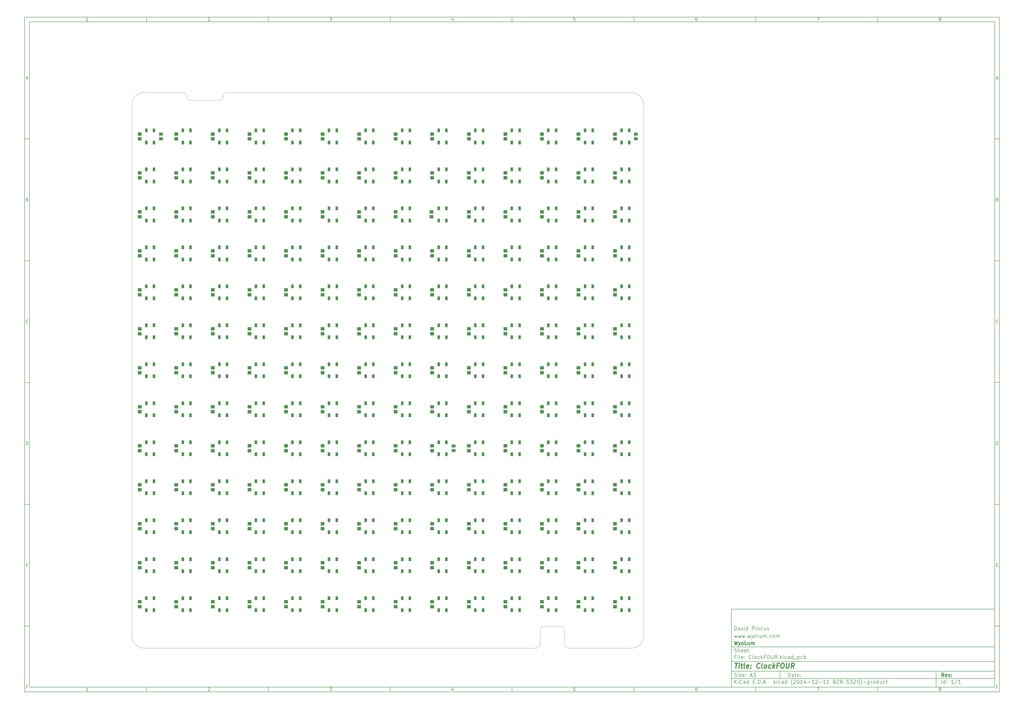
<source format=gtp>
G04 #@! TF.FileFunction,Paste,Top*
%FSLAX46Y46*%
G04 Gerber Fmt 4.6, Leading zero omitted, Abs format (unit mm)*
G04 Created by KiCad (PCBNEW (2014-12-11 BZR 5320)-product) date Thu Jan 29 13:35:59 2015*
%MOMM*%
G01*
G04 APERTURE LIST*
%ADD10C,0.150000*%
%ADD11C,0.300000*%
%ADD12C,0.400000*%
%ADD13C,0.100000*%
%ADD14R,1.550000X1.350000*%
%ADD15R,1.016000X1.524000*%
%ADD16R,1.498600X1.300480*%
G04 APERTURE END LIST*
D10*
X299989000Y-253002200D02*
X299989000Y-285002200D01*
X407989000Y-285002200D01*
X407989000Y-253002200D01*
X299989000Y-253002200D01*
X10000000Y-10000000D02*
X10000000Y-287002200D01*
X409989000Y-287002200D01*
X409989000Y-10000000D01*
X10000000Y-10000000D01*
X12000000Y-12000000D02*
X12000000Y-285002200D01*
X407989000Y-285002200D01*
X407989000Y-12000000D01*
X12000000Y-12000000D01*
X60000000Y-12000000D02*
X60000000Y-10000000D01*
X110000000Y-12000000D02*
X110000000Y-10000000D01*
X160000000Y-12000000D02*
X160000000Y-10000000D01*
X210000000Y-12000000D02*
X210000000Y-10000000D01*
X260000000Y-12000000D02*
X260000000Y-10000000D01*
X310000000Y-12000000D02*
X310000000Y-10000000D01*
X360000000Y-12000000D02*
X360000000Y-10000000D01*
X35990476Y-11588095D02*
X35247619Y-11588095D01*
X35619048Y-11588095D02*
X35619048Y-10288095D01*
X35495238Y-10473810D01*
X35371429Y-10597619D01*
X35247619Y-10659524D01*
X85247619Y-10411905D02*
X85309524Y-10350000D01*
X85433333Y-10288095D01*
X85742857Y-10288095D01*
X85866667Y-10350000D01*
X85928571Y-10411905D01*
X85990476Y-10535714D01*
X85990476Y-10659524D01*
X85928571Y-10845238D01*
X85185714Y-11588095D01*
X85990476Y-11588095D01*
X135185714Y-10288095D02*
X135990476Y-10288095D01*
X135557143Y-10783333D01*
X135742857Y-10783333D01*
X135866667Y-10845238D01*
X135928571Y-10907143D01*
X135990476Y-11030952D01*
X135990476Y-11340476D01*
X135928571Y-11464286D01*
X135866667Y-11526190D01*
X135742857Y-11588095D01*
X135371429Y-11588095D01*
X135247619Y-11526190D01*
X135185714Y-11464286D01*
X185866667Y-10721429D02*
X185866667Y-11588095D01*
X185557143Y-10226190D02*
X185247619Y-11154762D01*
X186052381Y-11154762D01*
X235928571Y-10288095D02*
X235309524Y-10288095D01*
X235247619Y-10907143D01*
X235309524Y-10845238D01*
X235433333Y-10783333D01*
X235742857Y-10783333D01*
X235866667Y-10845238D01*
X235928571Y-10907143D01*
X235990476Y-11030952D01*
X235990476Y-11340476D01*
X235928571Y-11464286D01*
X235866667Y-11526190D01*
X235742857Y-11588095D01*
X235433333Y-11588095D01*
X235309524Y-11526190D01*
X235247619Y-11464286D01*
X285866667Y-10288095D02*
X285619048Y-10288095D01*
X285495238Y-10350000D01*
X285433333Y-10411905D01*
X285309524Y-10597619D01*
X285247619Y-10845238D01*
X285247619Y-11340476D01*
X285309524Y-11464286D01*
X285371429Y-11526190D01*
X285495238Y-11588095D01*
X285742857Y-11588095D01*
X285866667Y-11526190D01*
X285928571Y-11464286D01*
X285990476Y-11340476D01*
X285990476Y-11030952D01*
X285928571Y-10907143D01*
X285866667Y-10845238D01*
X285742857Y-10783333D01*
X285495238Y-10783333D01*
X285371429Y-10845238D01*
X285309524Y-10907143D01*
X285247619Y-11030952D01*
X335185714Y-10288095D02*
X336052381Y-10288095D01*
X335495238Y-11588095D01*
X385495238Y-10845238D02*
X385371429Y-10783333D01*
X385309524Y-10721429D01*
X385247619Y-10597619D01*
X385247619Y-10535714D01*
X385309524Y-10411905D01*
X385371429Y-10350000D01*
X385495238Y-10288095D01*
X385742857Y-10288095D01*
X385866667Y-10350000D01*
X385928571Y-10411905D01*
X385990476Y-10535714D01*
X385990476Y-10597619D01*
X385928571Y-10721429D01*
X385866667Y-10783333D01*
X385742857Y-10845238D01*
X385495238Y-10845238D01*
X385371429Y-10907143D01*
X385309524Y-10969048D01*
X385247619Y-11092857D01*
X385247619Y-11340476D01*
X385309524Y-11464286D01*
X385371429Y-11526190D01*
X385495238Y-11588095D01*
X385742857Y-11588095D01*
X385866667Y-11526190D01*
X385928571Y-11464286D01*
X385990476Y-11340476D01*
X385990476Y-11092857D01*
X385928571Y-10969048D01*
X385866667Y-10907143D01*
X385742857Y-10845238D01*
X60000000Y-285002200D02*
X60000000Y-287002200D01*
X110000000Y-285002200D02*
X110000000Y-287002200D01*
X160000000Y-285002200D02*
X160000000Y-287002200D01*
X210000000Y-285002200D02*
X210000000Y-287002200D01*
X260000000Y-285002200D02*
X260000000Y-287002200D01*
X310000000Y-285002200D02*
X310000000Y-287002200D01*
X360000000Y-285002200D02*
X360000000Y-287002200D01*
X35990476Y-286590295D02*
X35247619Y-286590295D01*
X35619048Y-286590295D02*
X35619048Y-285290295D01*
X35495238Y-285476010D01*
X35371429Y-285599819D01*
X35247619Y-285661724D01*
X85247619Y-285414105D02*
X85309524Y-285352200D01*
X85433333Y-285290295D01*
X85742857Y-285290295D01*
X85866667Y-285352200D01*
X85928571Y-285414105D01*
X85990476Y-285537914D01*
X85990476Y-285661724D01*
X85928571Y-285847438D01*
X85185714Y-286590295D01*
X85990476Y-286590295D01*
X135185714Y-285290295D02*
X135990476Y-285290295D01*
X135557143Y-285785533D01*
X135742857Y-285785533D01*
X135866667Y-285847438D01*
X135928571Y-285909343D01*
X135990476Y-286033152D01*
X135990476Y-286342676D01*
X135928571Y-286466486D01*
X135866667Y-286528390D01*
X135742857Y-286590295D01*
X135371429Y-286590295D01*
X135247619Y-286528390D01*
X135185714Y-286466486D01*
X185866667Y-285723629D02*
X185866667Y-286590295D01*
X185557143Y-285228390D02*
X185247619Y-286156962D01*
X186052381Y-286156962D01*
X235928571Y-285290295D02*
X235309524Y-285290295D01*
X235247619Y-285909343D01*
X235309524Y-285847438D01*
X235433333Y-285785533D01*
X235742857Y-285785533D01*
X235866667Y-285847438D01*
X235928571Y-285909343D01*
X235990476Y-286033152D01*
X235990476Y-286342676D01*
X235928571Y-286466486D01*
X235866667Y-286528390D01*
X235742857Y-286590295D01*
X235433333Y-286590295D01*
X235309524Y-286528390D01*
X235247619Y-286466486D01*
X285866667Y-285290295D02*
X285619048Y-285290295D01*
X285495238Y-285352200D01*
X285433333Y-285414105D01*
X285309524Y-285599819D01*
X285247619Y-285847438D01*
X285247619Y-286342676D01*
X285309524Y-286466486D01*
X285371429Y-286528390D01*
X285495238Y-286590295D01*
X285742857Y-286590295D01*
X285866667Y-286528390D01*
X285928571Y-286466486D01*
X285990476Y-286342676D01*
X285990476Y-286033152D01*
X285928571Y-285909343D01*
X285866667Y-285847438D01*
X285742857Y-285785533D01*
X285495238Y-285785533D01*
X285371429Y-285847438D01*
X285309524Y-285909343D01*
X285247619Y-286033152D01*
X335185714Y-285290295D02*
X336052381Y-285290295D01*
X335495238Y-286590295D01*
X385495238Y-285847438D02*
X385371429Y-285785533D01*
X385309524Y-285723629D01*
X385247619Y-285599819D01*
X385247619Y-285537914D01*
X385309524Y-285414105D01*
X385371429Y-285352200D01*
X385495238Y-285290295D01*
X385742857Y-285290295D01*
X385866667Y-285352200D01*
X385928571Y-285414105D01*
X385990476Y-285537914D01*
X385990476Y-285599819D01*
X385928571Y-285723629D01*
X385866667Y-285785533D01*
X385742857Y-285847438D01*
X385495238Y-285847438D01*
X385371429Y-285909343D01*
X385309524Y-285971248D01*
X385247619Y-286095057D01*
X385247619Y-286342676D01*
X385309524Y-286466486D01*
X385371429Y-286528390D01*
X385495238Y-286590295D01*
X385742857Y-286590295D01*
X385866667Y-286528390D01*
X385928571Y-286466486D01*
X385990476Y-286342676D01*
X385990476Y-286095057D01*
X385928571Y-285971248D01*
X385866667Y-285909343D01*
X385742857Y-285847438D01*
X10000000Y-60000000D02*
X12000000Y-60000000D01*
X10000000Y-110000000D02*
X12000000Y-110000000D01*
X10000000Y-160000000D02*
X12000000Y-160000000D01*
X10000000Y-210000000D02*
X12000000Y-210000000D01*
X10000000Y-260000000D02*
X12000000Y-260000000D01*
X10690476Y-35216667D02*
X11309524Y-35216667D01*
X10566667Y-35588095D02*
X11000000Y-34288095D01*
X11433333Y-35588095D01*
X11092857Y-84907143D02*
X11278571Y-84969048D01*
X11340476Y-85030952D01*
X11402381Y-85154762D01*
X11402381Y-85340476D01*
X11340476Y-85464286D01*
X11278571Y-85526190D01*
X11154762Y-85588095D01*
X10659524Y-85588095D01*
X10659524Y-84288095D01*
X11092857Y-84288095D01*
X11216667Y-84350000D01*
X11278571Y-84411905D01*
X11340476Y-84535714D01*
X11340476Y-84659524D01*
X11278571Y-84783333D01*
X11216667Y-84845238D01*
X11092857Y-84907143D01*
X10659524Y-84907143D01*
X11402381Y-135464286D02*
X11340476Y-135526190D01*
X11154762Y-135588095D01*
X11030952Y-135588095D01*
X10845238Y-135526190D01*
X10721429Y-135402381D01*
X10659524Y-135278571D01*
X10597619Y-135030952D01*
X10597619Y-134845238D01*
X10659524Y-134597619D01*
X10721429Y-134473810D01*
X10845238Y-134350000D01*
X11030952Y-134288095D01*
X11154762Y-134288095D01*
X11340476Y-134350000D01*
X11402381Y-134411905D01*
X10659524Y-185588095D02*
X10659524Y-184288095D01*
X10969048Y-184288095D01*
X11154762Y-184350000D01*
X11278571Y-184473810D01*
X11340476Y-184597619D01*
X11402381Y-184845238D01*
X11402381Y-185030952D01*
X11340476Y-185278571D01*
X11278571Y-185402381D01*
X11154762Y-185526190D01*
X10969048Y-185588095D01*
X10659524Y-185588095D01*
X10721429Y-234907143D02*
X11154762Y-234907143D01*
X11340476Y-235588095D02*
X10721429Y-235588095D01*
X10721429Y-234288095D01*
X11340476Y-234288095D01*
X11185714Y-284907143D02*
X10752381Y-284907143D01*
X10752381Y-285588095D02*
X10752381Y-284288095D01*
X11371428Y-284288095D01*
X409989000Y-60000000D02*
X407989000Y-60000000D01*
X409989000Y-110000000D02*
X407989000Y-110000000D01*
X409989000Y-160000000D02*
X407989000Y-160000000D01*
X409989000Y-210000000D02*
X407989000Y-210000000D01*
X409989000Y-260000000D02*
X407989000Y-260000000D01*
X408679476Y-35216667D02*
X409298524Y-35216667D01*
X408555667Y-35588095D02*
X408989000Y-34288095D01*
X409422333Y-35588095D01*
X409081857Y-84907143D02*
X409267571Y-84969048D01*
X409329476Y-85030952D01*
X409391381Y-85154762D01*
X409391381Y-85340476D01*
X409329476Y-85464286D01*
X409267571Y-85526190D01*
X409143762Y-85588095D01*
X408648524Y-85588095D01*
X408648524Y-84288095D01*
X409081857Y-84288095D01*
X409205667Y-84350000D01*
X409267571Y-84411905D01*
X409329476Y-84535714D01*
X409329476Y-84659524D01*
X409267571Y-84783333D01*
X409205667Y-84845238D01*
X409081857Y-84907143D01*
X408648524Y-84907143D01*
X409391381Y-135464286D02*
X409329476Y-135526190D01*
X409143762Y-135588095D01*
X409019952Y-135588095D01*
X408834238Y-135526190D01*
X408710429Y-135402381D01*
X408648524Y-135278571D01*
X408586619Y-135030952D01*
X408586619Y-134845238D01*
X408648524Y-134597619D01*
X408710429Y-134473810D01*
X408834238Y-134350000D01*
X409019952Y-134288095D01*
X409143762Y-134288095D01*
X409329476Y-134350000D01*
X409391381Y-134411905D01*
X408648524Y-185588095D02*
X408648524Y-184288095D01*
X408958048Y-184288095D01*
X409143762Y-184350000D01*
X409267571Y-184473810D01*
X409329476Y-184597619D01*
X409391381Y-184845238D01*
X409391381Y-185030952D01*
X409329476Y-185278571D01*
X409267571Y-185402381D01*
X409143762Y-185526190D01*
X408958048Y-185588095D01*
X408648524Y-185588095D01*
X408710429Y-234907143D02*
X409143762Y-234907143D01*
X409329476Y-235588095D02*
X408710429Y-235588095D01*
X408710429Y-234288095D01*
X409329476Y-234288095D01*
X409174714Y-284907143D02*
X408741381Y-284907143D01*
X408741381Y-285588095D02*
X408741381Y-284288095D01*
X409360428Y-284288095D01*
X323346143Y-280780771D02*
X323346143Y-279280771D01*
X323703286Y-279280771D01*
X323917571Y-279352200D01*
X324060429Y-279495057D01*
X324131857Y-279637914D01*
X324203286Y-279923629D01*
X324203286Y-280137914D01*
X324131857Y-280423629D01*
X324060429Y-280566486D01*
X323917571Y-280709343D01*
X323703286Y-280780771D01*
X323346143Y-280780771D01*
X325489000Y-280780771D02*
X325489000Y-279995057D01*
X325417571Y-279852200D01*
X325274714Y-279780771D01*
X324989000Y-279780771D01*
X324846143Y-279852200D01*
X325489000Y-280709343D02*
X325346143Y-280780771D01*
X324989000Y-280780771D01*
X324846143Y-280709343D01*
X324774714Y-280566486D01*
X324774714Y-280423629D01*
X324846143Y-280280771D01*
X324989000Y-280209343D01*
X325346143Y-280209343D01*
X325489000Y-280137914D01*
X325989000Y-279780771D02*
X326560429Y-279780771D01*
X326203286Y-279280771D02*
X326203286Y-280566486D01*
X326274714Y-280709343D01*
X326417572Y-280780771D01*
X326560429Y-280780771D01*
X327631857Y-280709343D02*
X327489000Y-280780771D01*
X327203286Y-280780771D01*
X327060429Y-280709343D01*
X326989000Y-280566486D01*
X326989000Y-279995057D01*
X327060429Y-279852200D01*
X327203286Y-279780771D01*
X327489000Y-279780771D01*
X327631857Y-279852200D01*
X327703286Y-279995057D01*
X327703286Y-280137914D01*
X326989000Y-280280771D01*
X328346143Y-280637914D02*
X328417571Y-280709343D01*
X328346143Y-280780771D01*
X328274714Y-280709343D01*
X328346143Y-280637914D01*
X328346143Y-280780771D01*
X328346143Y-279852200D02*
X328417571Y-279923629D01*
X328346143Y-279995057D01*
X328274714Y-279923629D01*
X328346143Y-279852200D01*
X328346143Y-279995057D01*
X299989000Y-281502200D02*
X407989000Y-281502200D01*
X301346143Y-283580771D02*
X301346143Y-282080771D01*
X302203286Y-283580771D02*
X301560429Y-282723629D01*
X302203286Y-282080771D02*
X301346143Y-282937914D01*
X302846143Y-283580771D02*
X302846143Y-282580771D01*
X302846143Y-282080771D02*
X302774714Y-282152200D01*
X302846143Y-282223629D01*
X302917571Y-282152200D01*
X302846143Y-282080771D01*
X302846143Y-282223629D01*
X304417572Y-283437914D02*
X304346143Y-283509343D01*
X304131857Y-283580771D01*
X303989000Y-283580771D01*
X303774715Y-283509343D01*
X303631857Y-283366486D01*
X303560429Y-283223629D01*
X303489000Y-282937914D01*
X303489000Y-282723629D01*
X303560429Y-282437914D01*
X303631857Y-282295057D01*
X303774715Y-282152200D01*
X303989000Y-282080771D01*
X304131857Y-282080771D01*
X304346143Y-282152200D01*
X304417572Y-282223629D01*
X305703286Y-283580771D02*
X305703286Y-282795057D01*
X305631857Y-282652200D01*
X305489000Y-282580771D01*
X305203286Y-282580771D01*
X305060429Y-282652200D01*
X305703286Y-283509343D02*
X305560429Y-283580771D01*
X305203286Y-283580771D01*
X305060429Y-283509343D01*
X304989000Y-283366486D01*
X304989000Y-283223629D01*
X305060429Y-283080771D01*
X305203286Y-283009343D01*
X305560429Y-283009343D01*
X305703286Y-282937914D01*
X307060429Y-283580771D02*
X307060429Y-282080771D01*
X307060429Y-283509343D02*
X306917572Y-283580771D01*
X306631858Y-283580771D01*
X306489000Y-283509343D01*
X306417572Y-283437914D01*
X306346143Y-283295057D01*
X306346143Y-282866486D01*
X306417572Y-282723629D01*
X306489000Y-282652200D01*
X306631858Y-282580771D01*
X306917572Y-282580771D01*
X307060429Y-282652200D01*
X308917572Y-282795057D02*
X309417572Y-282795057D01*
X309631858Y-283580771D02*
X308917572Y-283580771D01*
X308917572Y-282080771D01*
X309631858Y-282080771D01*
X310274715Y-283437914D02*
X310346143Y-283509343D01*
X310274715Y-283580771D01*
X310203286Y-283509343D01*
X310274715Y-283437914D01*
X310274715Y-283580771D01*
X310989001Y-283580771D02*
X310989001Y-282080771D01*
X311346144Y-282080771D01*
X311560429Y-282152200D01*
X311703287Y-282295057D01*
X311774715Y-282437914D01*
X311846144Y-282723629D01*
X311846144Y-282937914D01*
X311774715Y-283223629D01*
X311703287Y-283366486D01*
X311560429Y-283509343D01*
X311346144Y-283580771D01*
X310989001Y-283580771D01*
X312489001Y-283437914D02*
X312560429Y-283509343D01*
X312489001Y-283580771D01*
X312417572Y-283509343D01*
X312489001Y-283437914D01*
X312489001Y-283580771D01*
X313131858Y-283152200D02*
X313846144Y-283152200D01*
X312989001Y-283580771D02*
X313489001Y-282080771D01*
X313989001Y-283580771D01*
X314489001Y-283437914D02*
X314560429Y-283509343D01*
X314489001Y-283580771D01*
X314417572Y-283509343D01*
X314489001Y-283437914D01*
X314489001Y-283580771D01*
X317489001Y-283580771D02*
X317489001Y-282080771D01*
X317631858Y-283009343D02*
X318060429Y-283580771D01*
X318060429Y-282580771D02*
X317489001Y-283152200D01*
X318703287Y-283580771D02*
X318703287Y-282580771D01*
X318703287Y-282080771D02*
X318631858Y-282152200D01*
X318703287Y-282223629D01*
X318774715Y-282152200D01*
X318703287Y-282080771D01*
X318703287Y-282223629D01*
X320060430Y-283509343D02*
X319917573Y-283580771D01*
X319631859Y-283580771D01*
X319489001Y-283509343D01*
X319417573Y-283437914D01*
X319346144Y-283295057D01*
X319346144Y-282866486D01*
X319417573Y-282723629D01*
X319489001Y-282652200D01*
X319631859Y-282580771D01*
X319917573Y-282580771D01*
X320060430Y-282652200D01*
X321346144Y-283580771D02*
X321346144Y-282795057D01*
X321274715Y-282652200D01*
X321131858Y-282580771D01*
X320846144Y-282580771D01*
X320703287Y-282652200D01*
X321346144Y-283509343D02*
X321203287Y-283580771D01*
X320846144Y-283580771D01*
X320703287Y-283509343D01*
X320631858Y-283366486D01*
X320631858Y-283223629D01*
X320703287Y-283080771D01*
X320846144Y-283009343D01*
X321203287Y-283009343D01*
X321346144Y-282937914D01*
X322703287Y-283580771D02*
X322703287Y-282080771D01*
X322703287Y-283509343D02*
X322560430Y-283580771D01*
X322274716Y-283580771D01*
X322131858Y-283509343D01*
X322060430Y-283437914D01*
X321989001Y-283295057D01*
X321989001Y-282866486D01*
X322060430Y-282723629D01*
X322131858Y-282652200D01*
X322274716Y-282580771D01*
X322560430Y-282580771D01*
X322703287Y-282652200D01*
X324989001Y-284152200D02*
X324917573Y-284080771D01*
X324774716Y-283866486D01*
X324703287Y-283723629D01*
X324631858Y-283509343D01*
X324560430Y-283152200D01*
X324560430Y-282866486D01*
X324631858Y-282509343D01*
X324703287Y-282295057D01*
X324774716Y-282152200D01*
X324917573Y-281937914D01*
X324989001Y-281866486D01*
X325489001Y-282223629D02*
X325560430Y-282152200D01*
X325703287Y-282080771D01*
X326060430Y-282080771D01*
X326203287Y-282152200D01*
X326274716Y-282223629D01*
X326346144Y-282366486D01*
X326346144Y-282509343D01*
X326274716Y-282723629D01*
X325417573Y-283580771D01*
X326346144Y-283580771D01*
X327274715Y-282080771D02*
X327417572Y-282080771D01*
X327560429Y-282152200D01*
X327631858Y-282223629D01*
X327703287Y-282366486D01*
X327774715Y-282652200D01*
X327774715Y-283009343D01*
X327703287Y-283295057D01*
X327631858Y-283437914D01*
X327560429Y-283509343D01*
X327417572Y-283580771D01*
X327274715Y-283580771D01*
X327131858Y-283509343D01*
X327060429Y-283437914D01*
X326989001Y-283295057D01*
X326917572Y-283009343D01*
X326917572Y-282652200D01*
X326989001Y-282366486D01*
X327060429Y-282223629D01*
X327131858Y-282152200D01*
X327274715Y-282080771D01*
X329203286Y-283580771D02*
X328346143Y-283580771D01*
X328774715Y-283580771D02*
X328774715Y-282080771D01*
X328631858Y-282295057D01*
X328489000Y-282437914D01*
X328346143Y-282509343D01*
X330489000Y-282580771D02*
X330489000Y-283580771D01*
X330131857Y-282009343D02*
X329774714Y-283080771D01*
X330703286Y-283080771D01*
X331274714Y-283009343D02*
X332417571Y-283009343D01*
X333917571Y-283580771D02*
X333060428Y-283580771D01*
X333489000Y-283580771D02*
X333489000Y-282080771D01*
X333346143Y-282295057D01*
X333203285Y-282437914D01*
X333060428Y-282509343D01*
X334488999Y-282223629D02*
X334560428Y-282152200D01*
X334703285Y-282080771D01*
X335060428Y-282080771D01*
X335203285Y-282152200D01*
X335274714Y-282223629D01*
X335346142Y-282366486D01*
X335346142Y-282509343D01*
X335274714Y-282723629D01*
X334417571Y-283580771D01*
X335346142Y-283580771D01*
X335988999Y-283009343D02*
X337131856Y-283009343D01*
X338631856Y-283580771D02*
X337774713Y-283580771D01*
X338203285Y-283580771D02*
X338203285Y-282080771D01*
X338060428Y-282295057D01*
X337917570Y-282437914D01*
X337774713Y-282509343D01*
X340060427Y-283580771D02*
X339203284Y-283580771D01*
X339631856Y-283580771D02*
X339631856Y-282080771D01*
X339488999Y-282295057D01*
X339346141Y-282437914D01*
X339203284Y-282509343D01*
X342346141Y-282795057D02*
X342560427Y-282866486D01*
X342631855Y-282937914D01*
X342703284Y-283080771D01*
X342703284Y-283295057D01*
X342631855Y-283437914D01*
X342560427Y-283509343D01*
X342417569Y-283580771D01*
X341846141Y-283580771D01*
X341846141Y-282080771D01*
X342346141Y-282080771D01*
X342488998Y-282152200D01*
X342560427Y-282223629D01*
X342631855Y-282366486D01*
X342631855Y-282509343D01*
X342560427Y-282652200D01*
X342488998Y-282723629D01*
X342346141Y-282795057D01*
X341846141Y-282795057D01*
X343203284Y-282080771D02*
X344203284Y-282080771D01*
X343203284Y-283580771D01*
X344203284Y-283580771D01*
X345631855Y-283580771D02*
X345131855Y-282866486D01*
X344774712Y-283580771D02*
X344774712Y-282080771D01*
X345346140Y-282080771D01*
X345488998Y-282152200D01*
X345560426Y-282223629D01*
X345631855Y-282366486D01*
X345631855Y-282580771D01*
X345560426Y-282723629D01*
X345488998Y-282795057D01*
X345346140Y-282866486D01*
X344774712Y-282866486D01*
X348131855Y-282080771D02*
X347417569Y-282080771D01*
X347346140Y-282795057D01*
X347417569Y-282723629D01*
X347560426Y-282652200D01*
X347917569Y-282652200D01*
X348060426Y-282723629D01*
X348131855Y-282795057D01*
X348203283Y-282937914D01*
X348203283Y-283295057D01*
X348131855Y-283437914D01*
X348060426Y-283509343D01*
X347917569Y-283580771D01*
X347560426Y-283580771D01*
X347417569Y-283509343D01*
X347346140Y-283437914D01*
X348703283Y-282080771D02*
X349631854Y-282080771D01*
X349131854Y-282652200D01*
X349346140Y-282652200D01*
X349488997Y-282723629D01*
X349560426Y-282795057D01*
X349631854Y-282937914D01*
X349631854Y-283295057D01*
X349560426Y-283437914D01*
X349488997Y-283509343D01*
X349346140Y-283580771D01*
X348917568Y-283580771D01*
X348774711Y-283509343D01*
X348703283Y-283437914D01*
X350203282Y-282223629D02*
X350274711Y-282152200D01*
X350417568Y-282080771D01*
X350774711Y-282080771D01*
X350917568Y-282152200D01*
X350988997Y-282223629D01*
X351060425Y-282366486D01*
X351060425Y-282509343D01*
X350988997Y-282723629D01*
X350131854Y-283580771D01*
X351060425Y-283580771D01*
X351988996Y-282080771D02*
X352131853Y-282080771D01*
X352274710Y-282152200D01*
X352346139Y-282223629D01*
X352417568Y-282366486D01*
X352488996Y-282652200D01*
X352488996Y-283009343D01*
X352417568Y-283295057D01*
X352346139Y-283437914D01*
X352274710Y-283509343D01*
X352131853Y-283580771D01*
X351988996Y-283580771D01*
X351846139Y-283509343D01*
X351774710Y-283437914D01*
X351703282Y-283295057D01*
X351631853Y-283009343D01*
X351631853Y-282652200D01*
X351703282Y-282366486D01*
X351774710Y-282223629D01*
X351846139Y-282152200D01*
X351988996Y-282080771D01*
X352988996Y-284152200D02*
X353060424Y-284080771D01*
X353203281Y-283866486D01*
X353274710Y-283723629D01*
X353346139Y-283509343D01*
X353417567Y-283152200D01*
X353417567Y-282866486D01*
X353346139Y-282509343D01*
X353274710Y-282295057D01*
X353203281Y-282152200D01*
X353060424Y-281937914D01*
X352988996Y-281866486D01*
X354131853Y-283009343D02*
X355274710Y-283009343D01*
X355988996Y-282580771D02*
X355988996Y-284080771D01*
X355988996Y-282652200D02*
X356131853Y-282580771D01*
X356417567Y-282580771D01*
X356560424Y-282652200D01*
X356631853Y-282723629D01*
X356703282Y-282866486D01*
X356703282Y-283295057D01*
X356631853Y-283437914D01*
X356560424Y-283509343D01*
X356417567Y-283580771D01*
X356131853Y-283580771D01*
X355988996Y-283509343D01*
X357346139Y-283580771D02*
X357346139Y-282580771D01*
X357346139Y-282866486D02*
X357417567Y-282723629D01*
X357488996Y-282652200D01*
X357631853Y-282580771D01*
X357774710Y-282580771D01*
X358488996Y-283580771D02*
X358346138Y-283509343D01*
X358274710Y-283437914D01*
X358203281Y-283295057D01*
X358203281Y-282866486D01*
X358274710Y-282723629D01*
X358346138Y-282652200D01*
X358488996Y-282580771D01*
X358703281Y-282580771D01*
X358846138Y-282652200D01*
X358917567Y-282723629D01*
X358988996Y-282866486D01*
X358988996Y-283295057D01*
X358917567Y-283437914D01*
X358846138Y-283509343D01*
X358703281Y-283580771D01*
X358488996Y-283580771D01*
X360274710Y-283580771D02*
X360274710Y-282080771D01*
X360274710Y-283509343D02*
X360131853Y-283580771D01*
X359846139Y-283580771D01*
X359703281Y-283509343D01*
X359631853Y-283437914D01*
X359560424Y-283295057D01*
X359560424Y-282866486D01*
X359631853Y-282723629D01*
X359703281Y-282652200D01*
X359846139Y-282580771D01*
X360131853Y-282580771D01*
X360274710Y-282652200D01*
X361631853Y-282580771D02*
X361631853Y-283580771D01*
X360988996Y-282580771D02*
X360988996Y-283366486D01*
X361060424Y-283509343D01*
X361203282Y-283580771D01*
X361417567Y-283580771D01*
X361560424Y-283509343D01*
X361631853Y-283437914D01*
X362988996Y-283509343D02*
X362846139Y-283580771D01*
X362560425Y-283580771D01*
X362417567Y-283509343D01*
X362346139Y-283437914D01*
X362274710Y-283295057D01*
X362274710Y-282866486D01*
X362346139Y-282723629D01*
X362417567Y-282652200D01*
X362560425Y-282580771D01*
X362846139Y-282580771D01*
X362988996Y-282652200D01*
X363417567Y-282580771D02*
X363988996Y-282580771D01*
X363631853Y-282080771D02*
X363631853Y-283366486D01*
X363703281Y-283509343D01*
X363846139Y-283580771D01*
X363988996Y-283580771D01*
X299989000Y-278502200D02*
X407989000Y-278502200D01*
D11*
X387203286Y-280780771D02*
X386703286Y-280066486D01*
X386346143Y-280780771D02*
X386346143Y-279280771D01*
X386917571Y-279280771D01*
X387060429Y-279352200D01*
X387131857Y-279423629D01*
X387203286Y-279566486D01*
X387203286Y-279780771D01*
X387131857Y-279923629D01*
X387060429Y-279995057D01*
X386917571Y-280066486D01*
X386346143Y-280066486D01*
X388417571Y-280709343D02*
X388274714Y-280780771D01*
X387989000Y-280780771D01*
X387846143Y-280709343D01*
X387774714Y-280566486D01*
X387774714Y-279995057D01*
X387846143Y-279852200D01*
X387989000Y-279780771D01*
X388274714Y-279780771D01*
X388417571Y-279852200D01*
X388489000Y-279995057D01*
X388489000Y-280137914D01*
X387774714Y-280280771D01*
X388989000Y-279780771D02*
X389346143Y-280780771D01*
X389703285Y-279780771D01*
X390274714Y-280637914D02*
X390346142Y-280709343D01*
X390274714Y-280780771D01*
X390203285Y-280709343D01*
X390274714Y-280637914D01*
X390274714Y-280780771D01*
X390274714Y-279852200D02*
X390346142Y-279923629D01*
X390274714Y-279995057D01*
X390203285Y-279923629D01*
X390274714Y-279852200D01*
X390274714Y-279995057D01*
D10*
X301274714Y-280709343D02*
X301489000Y-280780771D01*
X301846143Y-280780771D01*
X301989000Y-280709343D01*
X302060429Y-280637914D01*
X302131857Y-280495057D01*
X302131857Y-280352200D01*
X302060429Y-280209343D01*
X301989000Y-280137914D01*
X301846143Y-280066486D01*
X301560429Y-279995057D01*
X301417571Y-279923629D01*
X301346143Y-279852200D01*
X301274714Y-279709343D01*
X301274714Y-279566486D01*
X301346143Y-279423629D01*
X301417571Y-279352200D01*
X301560429Y-279280771D01*
X301917571Y-279280771D01*
X302131857Y-279352200D01*
X302774714Y-280780771D02*
X302774714Y-279780771D01*
X302774714Y-279280771D02*
X302703285Y-279352200D01*
X302774714Y-279423629D01*
X302846142Y-279352200D01*
X302774714Y-279280771D01*
X302774714Y-279423629D01*
X303346143Y-279780771D02*
X304131857Y-279780771D01*
X303346143Y-280780771D01*
X304131857Y-280780771D01*
X305274714Y-280709343D02*
X305131857Y-280780771D01*
X304846143Y-280780771D01*
X304703286Y-280709343D01*
X304631857Y-280566486D01*
X304631857Y-279995057D01*
X304703286Y-279852200D01*
X304846143Y-279780771D01*
X305131857Y-279780771D01*
X305274714Y-279852200D01*
X305346143Y-279995057D01*
X305346143Y-280137914D01*
X304631857Y-280280771D01*
X305989000Y-280637914D02*
X306060428Y-280709343D01*
X305989000Y-280780771D01*
X305917571Y-280709343D01*
X305989000Y-280637914D01*
X305989000Y-280780771D01*
X305989000Y-279852200D02*
X306060428Y-279923629D01*
X305989000Y-279995057D01*
X305917571Y-279923629D01*
X305989000Y-279852200D01*
X305989000Y-279995057D01*
X307774714Y-280352200D02*
X308489000Y-280352200D01*
X307631857Y-280780771D02*
X308131857Y-279280771D01*
X308631857Y-280780771D01*
X308989000Y-279280771D02*
X309917571Y-279280771D01*
X309417571Y-279852200D01*
X309631857Y-279852200D01*
X309774714Y-279923629D01*
X309846143Y-279995057D01*
X309917571Y-280137914D01*
X309917571Y-280495057D01*
X309846143Y-280637914D01*
X309774714Y-280709343D01*
X309631857Y-280780771D01*
X309203285Y-280780771D01*
X309060428Y-280709343D01*
X308989000Y-280637914D01*
X386346143Y-283580771D02*
X386346143Y-282080771D01*
X387703286Y-283580771D02*
X387703286Y-282080771D01*
X387703286Y-283509343D02*
X387560429Y-283580771D01*
X387274715Y-283580771D01*
X387131857Y-283509343D01*
X387060429Y-283437914D01*
X386989000Y-283295057D01*
X386989000Y-282866486D01*
X387060429Y-282723629D01*
X387131857Y-282652200D01*
X387274715Y-282580771D01*
X387560429Y-282580771D01*
X387703286Y-282652200D01*
X388417572Y-283437914D02*
X388489000Y-283509343D01*
X388417572Y-283580771D01*
X388346143Y-283509343D01*
X388417572Y-283437914D01*
X388417572Y-283580771D01*
X388417572Y-282652200D02*
X388489000Y-282723629D01*
X388417572Y-282795057D01*
X388346143Y-282723629D01*
X388417572Y-282652200D01*
X388417572Y-282795057D01*
X391060429Y-283580771D02*
X390203286Y-283580771D01*
X390631858Y-283580771D02*
X390631858Y-282080771D01*
X390489001Y-282295057D01*
X390346143Y-282437914D01*
X390203286Y-282509343D01*
X392774714Y-282009343D02*
X391489000Y-283937914D01*
X394060429Y-283580771D02*
X393203286Y-283580771D01*
X393631858Y-283580771D02*
X393631858Y-282080771D01*
X393489001Y-282295057D01*
X393346143Y-282437914D01*
X393203286Y-282509343D01*
X299989000Y-274502200D02*
X407989000Y-274502200D01*
D12*
X301441381Y-275206962D02*
X302584238Y-275206962D01*
X301762810Y-277206962D02*
X302012810Y-275206962D01*
X303000905Y-277206962D02*
X303167571Y-275873629D01*
X303250905Y-275206962D02*
X303143762Y-275302200D01*
X303227095Y-275397438D01*
X303334239Y-275302200D01*
X303250905Y-275206962D01*
X303227095Y-275397438D01*
X303834238Y-275873629D02*
X304596143Y-275873629D01*
X304203286Y-275206962D02*
X303989000Y-276921248D01*
X304060430Y-277111724D01*
X304239001Y-277206962D01*
X304429477Y-277206962D01*
X305381858Y-277206962D02*
X305203287Y-277111724D01*
X305131857Y-276921248D01*
X305346143Y-275206962D01*
X306917572Y-277111724D02*
X306715191Y-277206962D01*
X306334239Y-277206962D01*
X306155667Y-277111724D01*
X306084238Y-276921248D01*
X306179476Y-276159343D01*
X306298524Y-275968867D01*
X306500905Y-275873629D01*
X306881857Y-275873629D01*
X307060429Y-275968867D01*
X307131857Y-276159343D01*
X307108048Y-276349819D01*
X306131857Y-276540295D01*
X307881857Y-277016486D02*
X307965192Y-277111724D01*
X307858048Y-277206962D01*
X307774715Y-277111724D01*
X307881857Y-277016486D01*
X307858048Y-277206962D01*
X308012810Y-275968867D02*
X308096144Y-276064105D01*
X307989000Y-276159343D01*
X307905667Y-276064105D01*
X308012810Y-275968867D01*
X307989000Y-276159343D01*
X311500906Y-277016486D02*
X311393764Y-277111724D01*
X311096144Y-277206962D01*
X310905668Y-277206962D01*
X310631859Y-277111724D01*
X310465192Y-276921248D01*
X310393763Y-276730771D01*
X310346144Y-276349819D01*
X310381858Y-276064105D01*
X310524715Y-275683152D01*
X310643764Y-275492676D01*
X310858049Y-275302200D01*
X311155668Y-275206962D01*
X311346144Y-275206962D01*
X311619954Y-275302200D01*
X311703287Y-275397438D01*
X312619954Y-277206962D02*
X312441383Y-277111724D01*
X312369953Y-276921248D01*
X312584239Y-275206962D01*
X313667573Y-277206962D02*
X313489002Y-277111724D01*
X313405667Y-277016486D01*
X313334239Y-276826010D01*
X313405667Y-276254581D01*
X313524715Y-276064105D01*
X313631859Y-275968867D01*
X313834239Y-275873629D01*
X314119953Y-275873629D01*
X314298525Y-275968867D01*
X314381858Y-276064105D01*
X314453286Y-276254581D01*
X314381858Y-276826010D01*
X314262810Y-277016486D01*
X314155668Y-277111724D01*
X313953287Y-277206962D01*
X313667573Y-277206962D01*
X316060430Y-277111724D02*
X315858049Y-277206962D01*
X315477097Y-277206962D01*
X315298526Y-277111724D01*
X315215191Y-277016486D01*
X315143763Y-276826010D01*
X315215191Y-276254581D01*
X315334239Y-276064105D01*
X315441383Y-275968867D01*
X315643763Y-275873629D01*
X316024715Y-275873629D01*
X316203287Y-275968867D01*
X316905668Y-277206962D02*
X317155668Y-275206962D01*
X317191383Y-276445057D02*
X317667573Y-277206962D01*
X317834239Y-275873629D02*
X316977096Y-276635533D01*
X319322335Y-276159343D02*
X318655668Y-276159343D01*
X318524716Y-277206962D02*
X318774716Y-275206962D01*
X319727097Y-275206962D01*
X320869955Y-275206962D02*
X321250907Y-275206962D01*
X321429478Y-275302200D01*
X321596146Y-275492676D01*
X321643764Y-275873629D01*
X321560431Y-276540295D01*
X321417574Y-276921248D01*
X321203288Y-277111724D01*
X321000907Y-277206962D01*
X320619955Y-277206962D01*
X320441384Y-277111724D01*
X320274716Y-276921248D01*
X320227097Y-276540295D01*
X320310430Y-275873629D01*
X320453288Y-275492676D01*
X320667574Y-275302200D01*
X320869955Y-275206962D01*
X322584240Y-275206962D02*
X322381859Y-276826010D01*
X322453288Y-277016486D01*
X322536622Y-277111724D01*
X322715193Y-277206962D01*
X323096145Y-277206962D01*
X323298526Y-277111724D01*
X323405669Y-277016486D01*
X323524717Y-276826010D01*
X323727098Y-275206962D01*
X325572336Y-277206962D02*
X325024716Y-276254581D01*
X324429478Y-277206962D02*
X324679478Y-275206962D01*
X325441383Y-275206962D01*
X325619954Y-275302200D01*
X325703288Y-275397438D01*
X325774717Y-275587914D01*
X325739002Y-275873629D01*
X325619955Y-276064105D01*
X325512811Y-276159343D01*
X325310430Y-276254581D01*
X324548525Y-276254581D01*
D10*
X301846143Y-272595057D02*
X301346143Y-272595057D01*
X301346143Y-273380771D02*
X301346143Y-271880771D01*
X302060429Y-271880771D01*
X302631857Y-273380771D02*
X302631857Y-272380771D01*
X302631857Y-271880771D02*
X302560428Y-271952200D01*
X302631857Y-272023629D01*
X302703285Y-271952200D01*
X302631857Y-271880771D01*
X302631857Y-272023629D01*
X303560429Y-273380771D02*
X303417571Y-273309343D01*
X303346143Y-273166486D01*
X303346143Y-271880771D01*
X304703285Y-273309343D02*
X304560428Y-273380771D01*
X304274714Y-273380771D01*
X304131857Y-273309343D01*
X304060428Y-273166486D01*
X304060428Y-272595057D01*
X304131857Y-272452200D01*
X304274714Y-272380771D01*
X304560428Y-272380771D01*
X304703285Y-272452200D01*
X304774714Y-272595057D01*
X304774714Y-272737914D01*
X304060428Y-272880771D01*
X305417571Y-273237914D02*
X305488999Y-273309343D01*
X305417571Y-273380771D01*
X305346142Y-273309343D01*
X305417571Y-273237914D01*
X305417571Y-273380771D01*
X305417571Y-272452200D02*
X305488999Y-272523629D01*
X305417571Y-272595057D01*
X305346142Y-272523629D01*
X305417571Y-272452200D01*
X305417571Y-272595057D01*
X308131857Y-273237914D02*
X308060428Y-273309343D01*
X307846142Y-273380771D01*
X307703285Y-273380771D01*
X307489000Y-273309343D01*
X307346142Y-273166486D01*
X307274714Y-273023629D01*
X307203285Y-272737914D01*
X307203285Y-272523629D01*
X307274714Y-272237914D01*
X307346142Y-272095057D01*
X307489000Y-271952200D01*
X307703285Y-271880771D01*
X307846142Y-271880771D01*
X308060428Y-271952200D01*
X308131857Y-272023629D01*
X308989000Y-273380771D02*
X308846142Y-273309343D01*
X308774714Y-273166486D01*
X308774714Y-271880771D01*
X309774714Y-273380771D02*
X309631856Y-273309343D01*
X309560428Y-273237914D01*
X309488999Y-273095057D01*
X309488999Y-272666486D01*
X309560428Y-272523629D01*
X309631856Y-272452200D01*
X309774714Y-272380771D01*
X309988999Y-272380771D01*
X310131856Y-272452200D01*
X310203285Y-272523629D01*
X310274714Y-272666486D01*
X310274714Y-273095057D01*
X310203285Y-273237914D01*
X310131856Y-273309343D01*
X309988999Y-273380771D01*
X309774714Y-273380771D01*
X311560428Y-273309343D02*
X311417571Y-273380771D01*
X311131857Y-273380771D01*
X310988999Y-273309343D01*
X310917571Y-273237914D01*
X310846142Y-273095057D01*
X310846142Y-272666486D01*
X310917571Y-272523629D01*
X310988999Y-272452200D01*
X311131857Y-272380771D01*
X311417571Y-272380771D01*
X311560428Y-272452200D01*
X312203285Y-273380771D02*
X312203285Y-271880771D01*
X312346142Y-272809343D02*
X312774713Y-273380771D01*
X312774713Y-272380771D02*
X312203285Y-272952200D01*
X313917571Y-272595057D02*
X313417571Y-272595057D01*
X313417571Y-273380771D02*
X313417571Y-271880771D01*
X314131857Y-271880771D01*
X314988999Y-271880771D02*
X315274713Y-271880771D01*
X315417571Y-271952200D01*
X315560428Y-272095057D01*
X315631856Y-272380771D01*
X315631856Y-272880771D01*
X315560428Y-273166486D01*
X315417571Y-273309343D01*
X315274713Y-273380771D01*
X314988999Y-273380771D01*
X314846142Y-273309343D01*
X314703285Y-273166486D01*
X314631856Y-272880771D01*
X314631856Y-272380771D01*
X314703285Y-272095057D01*
X314846142Y-271952200D01*
X314988999Y-271880771D01*
X316274714Y-271880771D02*
X316274714Y-273095057D01*
X316346142Y-273237914D01*
X316417571Y-273309343D01*
X316560428Y-273380771D01*
X316846142Y-273380771D01*
X316989000Y-273309343D01*
X317060428Y-273237914D01*
X317131857Y-273095057D01*
X317131857Y-271880771D01*
X318703286Y-273380771D02*
X318203286Y-272666486D01*
X317846143Y-273380771D02*
X317846143Y-271880771D01*
X318417571Y-271880771D01*
X318560429Y-271952200D01*
X318631857Y-272023629D01*
X318703286Y-272166486D01*
X318703286Y-272380771D01*
X318631857Y-272523629D01*
X318560429Y-272595057D01*
X318417571Y-272666486D01*
X317846143Y-272666486D01*
X319346143Y-273237914D02*
X319417571Y-273309343D01*
X319346143Y-273380771D01*
X319274714Y-273309343D01*
X319346143Y-273237914D01*
X319346143Y-273380771D01*
X320060429Y-273380771D02*
X320060429Y-271880771D01*
X320203286Y-272809343D02*
X320631857Y-273380771D01*
X320631857Y-272380771D02*
X320060429Y-272952200D01*
X321274715Y-273380771D02*
X321274715Y-272380771D01*
X321274715Y-271880771D02*
X321203286Y-271952200D01*
X321274715Y-272023629D01*
X321346143Y-271952200D01*
X321274715Y-271880771D01*
X321274715Y-272023629D01*
X322631858Y-273309343D02*
X322489001Y-273380771D01*
X322203287Y-273380771D01*
X322060429Y-273309343D01*
X321989001Y-273237914D01*
X321917572Y-273095057D01*
X321917572Y-272666486D01*
X321989001Y-272523629D01*
X322060429Y-272452200D01*
X322203287Y-272380771D01*
X322489001Y-272380771D01*
X322631858Y-272452200D01*
X323917572Y-273380771D02*
X323917572Y-272595057D01*
X323846143Y-272452200D01*
X323703286Y-272380771D01*
X323417572Y-272380771D01*
X323274715Y-272452200D01*
X323917572Y-273309343D02*
X323774715Y-273380771D01*
X323417572Y-273380771D01*
X323274715Y-273309343D01*
X323203286Y-273166486D01*
X323203286Y-273023629D01*
X323274715Y-272880771D01*
X323417572Y-272809343D01*
X323774715Y-272809343D01*
X323917572Y-272737914D01*
X325274715Y-273380771D02*
X325274715Y-271880771D01*
X325274715Y-273309343D02*
X325131858Y-273380771D01*
X324846144Y-273380771D01*
X324703286Y-273309343D01*
X324631858Y-273237914D01*
X324560429Y-273095057D01*
X324560429Y-272666486D01*
X324631858Y-272523629D01*
X324703286Y-272452200D01*
X324846144Y-272380771D01*
X325131858Y-272380771D01*
X325274715Y-272452200D01*
X325631858Y-273523629D02*
X326774715Y-273523629D01*
X327131858Y-272380771D02*
X327131858Y-273880771D01*
X327131858Y-272452200D02*
X327274715Y-272380771D01*
X327560429Y-272380771D01*
X327703286Y-272452200D01*
X327774715Y-272523629D01*
X327846144Y-272666486D01*
X327846144Y-273095057D01*
X327774715Y-273237914D01*
X327703286Y-273309343D01*
X327560429Y-273380771D01*
X327274715Y-273380771D01*
X327131858Y-273309343D01*
X329131858Y-273309343D02*
X328989001Y-273380771D01*
X328703287Y-273380771D01*
X328560429Y-273309343D01*
X328489001Y-273237914D01*
X328417572Y-273095057D01*
X328417572Y-272666486D01*
X328489001Y-272523629D01*
X328560429Y-272452200D01*
X328703287Y-272380771D01*
X328989001Y-272380771D01*
X329131858Y-272452200D01*
X329774715Y-273380771D02*
X329774715Y-271880771D01*
X329774715Y-272452200D02*
X329917572Y-272380771D01*
X330203286Y-272380771D01*
X330346143Y-272452200D01*
X330417572Y-272523629D01*
X330489001Y-272666486D01*
X330489001Y-273095057D01*
X330417572Y-273237914D01*
X330346143Y-273309343D01*
X330203286Y-273380771D01*
X329917572Y-273380771D01*
X329774715Y-273309343D01*
X299989000Y-268502200D02*
X407989000Y-268502200D01*
X301274714Y-270609343D02*
X301489000Y-270680771D01*
X301846143Y-270680771D01*
X301989000Y-270609343D01*
X302060429Y-270537914D01*
X302131857Y-270395057D01*
X302131857Y-270252200D01*
X302060429Y-270109343D01*
X301989000Y-270037914D01*
X301846143Y-269966486D01*
X301560429Y-269895057D01*
X301417571Y-269823629D01*
X301346143Y-269752200D01*
X301274714Y-269609343D01*
X301274714Y-269466486D01*
X301346143Y-269323629D01*
X301417571Y-269252200D01*
X301560429Y-269180771D01*
X301917571Y-269180771D01*
X302131857Y-269252200D01*
X302774714Y-270680771D02*
X302774714Y-269180771D01*
X303417571Y-270680771D02*
X303417571Y-269895057D01*
X303346142Y-269752200D01*
X303203285Y-269680771D01*
X302989000Y-269680771D01*
X302846142Y-269752200D01*
X302774714Y-269823629D01*
X304703285Y-270609343D02*
X304560428Y-270680771D01*
X304274714Y-270680771D01*
X304131857Y-270609343D01*
X304060428Y-270466486D01*
X304060428Y-269895057D01*
X304131857Y-269752200D01*
X304274714Y-269680771D01*
X304560428Y-269680771D01*
X304703285Y-269752200D01*
X304774714Y-269895057D01*
X304774714Y-270037914D01*
X304060428Y-270180771D01*
X305988999Y-270609343D02*
X305846142Y-270680771D01*
X305560428Y-270680771D01*
X305417571Y-270609343D01*
X305346142Y-270466486D01*
X305346142Y-269895057D01*
X305417571Y-269752200D01*
X305560428Y-269680771D01*
X305846142Y-269680771D01*
X305988999Y-269752200D01*
X306060428Y-269895057D01*
X306060428Y-270037914D01*
X305346142Y-270180771D01*
X306488999Y-269680771D02*
X307060428Y-269680771D01*
X306703285Y-269180771D02*
X306703285Y-270466486D01*
X306774713Y-270609343D01*
X306917571Y-270680771D01*
X307060428Y-270680771D01*
X307560428Y-270537914D02*
X307631856Y-270609343D01*
X307560428Y-270680771D01*
X307488999Y-270609343D01*
X307560428Y-270537914D01*
X307560428Y-270680771D01*
X307560428Y-269752200D02*
X307631856Y-269823629D01*
X307560428Y-269895057D01*
X307488999Y-269823629D01*
X307560428Y-269752200D01*
X307560428Y-269895057D01*
D11*
X301203286Y-266180771D02*
X301560429Y-267680771D01*
X301846143Y-266609343D01*
X302131857Y-267680771D01*
X302489000Y-266180771D01*
X302917572Y-266680771D02*
X303274715Y-267680771D01*
X303631857Y-266680771D02*
X303274715Y-267680771D01*
X303131857Y-268037914D01*
X303060429Y-268109343D01*
X302917572Y-268180771D01*
X304417572Y-267680771D02*
X304274714Y-267609343D01*
X304203286Y-267537914D01*
X304131857Y-267395057D01*
X304131857Y-266966486D01*
X304203286Y-266823629D01*
X304274714Y-266752200D01*
X304417572Y-266680771D01*
X304631857Y-266680771D01*
X304774714Y-266752200D01*
X304846143Y-266823629D01*
X304917572Y-266966486D01*
X304917572Y-267395057D01*
X304846143Y-267537914D01*
X304774714Y-267609343D01*
X304631857Y-267680771D01*
X304417572Y-267680771D01*
X306274715Y-267680771D02*
X305560429Y-267680771D01*
X305560429Y-266180771D01*
X307417572Y-266680771D02*
X307417572Y-267680771D01*
X306774715Y-266680771D02*
X306774715Y-267466486D01*
X306846143Y-267609343D01*
X306989001Y-267680771D01*
X307203286Y-267680771D01*
X307346143Y-267609343D01*
X307417572Y-267537914D01*
X308131858Y-267680771D02*
X308131858Y-266680771D01*
X308131858Y-266823629D02*
X308203286Y-266752200D01*
X308346144Y-266680771D01*
X308560429Y-266680771D01*
X308703286Y-266752200D01*
X308774715Y-266895057D01*
X308774715Y-267680771D01*
X308774715Y-266895057D02*
X308846144Y-266752200D01*
X308989001Y-266680771D01*
X309203286Y-266680771D01*
X309346144Y-266752200D01*
X309417572Y-266895057D01*
X309417572Y-267680771D01*
D10*
X301203286Y-263680771D02*
X301489000Y-264680771D01*
X301774714Y-263966486D01*
X302060429Y-264680771D01*
X302346143Y-263680771D01*
X302774715Y-263680771D02*
X303060429Y-264680771D01*
X303346143Y-263966486D01*
X303631858Y-264680771D01*
X303917572Y-263680771D01*
X304346144Y-263680771D02*
X304631858Y-264680771D01*
X304917572Y-263966486D01*
X305203287Y-264680771D01*
X305489001Y-263680771D01*
X306060430Y-264537914D02*
X306131858Y-264609343D01*
X306060430Y-264680771D01*
X305989001Y-264609343D01*
X306060430Y-264537914D01*
X306060430Y-264680771D01*
X306631859Y-263680771D02*
X306917573Y-264680771D01*
X307203287Y-263966486D01*
X307489002Y-264680771D01*
X307774716Y-263680771D01*
X308203288Y-263680771D02*
X308560431Y-264680771D01*
X308917573Y-263680771D02*
X308560431Y-264680771D01*
X308417573Y-265037914D01*
X308346145Y-265109343D01*
X308203288Y-265180771D01*
X309703288Y-264680771D02*
X309560430Y-264609343D01*
X309489002Y-264537914D01*
X309417573Y-264395057D01*
X309417573Y-263966486D01*
X309489002Y-263823629D01*
X309560430Y-263752200D01*
X309703288Y-263680771D01*
X309917573Y-263680771D01*
X310060430Y-263752200D01*
X310131859Y-263823629D01*
X310203288Y-263966486D01*
X310203288Y-264395057D01*
X310131859Y-264537914D01*
X310060430Y-264609343D01*
X309917573Y-264680771D01*
X309703288Y-264680771D01*
X311060431Y-264680771D02*
X310917573Y-264609343D01*
X310846145Y-264466486D01*
X310846145Y-263180771D01*
X312274716Y-263680771D02*
X312274716Y-264680771D01*
X311631859Y-263680771D02*
X311631859Y-264466486D01*
X311703287Y-264609343D01*
X311846145Y-264680771D01*
X312060430Y-264680771D01*
X312203287Y-264609343D01*
X312274716Y-264537914D01*
X312989002Y-264680771D02*
X312989002Y-263680771D01*
X312989002Y-263823629D02*
X313060430Y-263752200D01*
X313203288Y-263680771D01*
X313417573Y-263680771D01*
X313560430Y-263752200D01*
X313631859Y-263895057D01*
X313631859Y-264680771D01*
X313631859Y-263895057D02*
X313703288Y-263752200D01*
X313846145Y-263680771D01*
X314060430Y-263680771D01*
X314203288Y-263752200D01*
X314274716Y-263895057D01*
X314274716Y-264680771D01*
X314989002Y-264537914D02*
X315060430Y-264609343D01*
X314989002Y-264680771D01*
X314917573Y-264609343D01*
X314989002Y-264537914D01*
X314989002Y-264680771D01*
X316346145Y-264609343D02*
X316203288Y-264680771D01*
X315917574Y-264680771D01*
X315774716Y-264609343D01*
X315703288Y-264537914D01*
X315631859Y-264395057D01*
X315631859Y-263966486D01*
X315703288Y-263823629D01*
X315774716Y-263752200D01*
X315917574Y-263680771D01*
X316203288Y-263680771D01*
X316346145Y-263752200D01*
X317203288Y-264680771D02*
X317060430Y-264609343D01*
X316989002Y-264537914D01*
X316917573Y-264395057D01*
X316917573Y-263966486D01*
X316989002Y-263823629D01*
X317060430Y-263752200D01*
X317203288Y-263680771D01*
X317417573Y-263680771D01*
X317560430Y-263752200D01*
X317631859Y-263823629D01*
X317703288Y-263966486D01*
X317703288Y-264395057D01*
X317631859Y-264537914D01*
X317560430Y-264609343D01*
X317417573Y-264680771D01*
X317203288Y-264680771D01*
X318346145Y-264680771D02*
X318346145Y-263680771D01*
X318346145Y-263823629D02*
X318417573Y-263752200D01*
X318560431Y-263680771D01*
X318774716Y-263680771D01*
X318917573Y-263752200D01*
X318989002Y-263895057D01*
X318989002Y-264680771D01*
X318989002Y-263895057D02*
X319060431Y-263752200D01*
X319203288Y-263680771D01*
X319417573Y-263680771D01*
X319560431Y-263752200D01*
X319631859Y-263895057D01*
X319631859Y-264680771D01*
X301346143Y-261680771D02*
X301346143Y-260180771D01*
X301703286Y-260180771D01*
X301917571Y-260252200D01*
X302060429Y-260395057D01*
X302131857Y-260537914D01*
X302203286Y-260823629D01*
X302203286Y-261037914D01*
X302131857Y-261323629D01*
X302060429Y-261466486D01*
X301917571Y-261609343D01*
X301703286Y-261680771D01*
X301346143Y-261680771D01*
X303489000Y-261680771D02*
X303489000Y-260895057D01*
X303417571Y-260752200D01*
X303274714Y-260680771D01*
X302989000Y-260680771D01*
X302846143Y-260752200D01*
X303489000Y-261609343D02*
X303346143Y-261680771D01*
X302989000Y-261680771D01*
X302846143Y-261609343D01*
X302774714Y-261466486D01*
X302774714Y-261323629D01*
X302846143Y-261180771D01*
X302989000Y-261109343D01*
X303346143Y-261109343D01*
X303489000Y-261037914D01*
X304060429Y-260680771D02*
X304417572Y-261680771D01*
X304774714Y-260680771D01*
X305346143Y-261680771D02*
X305346143Y-260680771D01*
X305346143Y-260180771D02*
X305274714Y-260252200D01*
X305346143Y-260323629D01*
X305417571Y-260252200D01*
X305346143Y-260180771D01*
X305346143Y-260323629D01*
X306703286Y-261680771D02*
X306703286Y-260180771D01*
X306703286Y-261609343D02*
X306560429Y-261680771D01*
X306274715Y-261680771D01*
X306131857Y-261609343D01*
X306060429Y-261537914D01*
X305989000Y-261395057D01*
X305989000Y-260966486D01*
X306060429Y-260823629D01*
X306131857Y-260752200D01*
X306274715Y-260680771D01*
X306560429Y-260680771D01*
X306703286Y-260752200D01*
X308560429Y-261680771D02*
X308560429Y-260180771D01*
X309131857Y-260180771D01*
X309274715Y-260252200D01*
X309346143Y-260323629D01*
X309417572Y-260466486D01*
X309417572Y-260680771D01*
X309346143Y-260823629D01*
X309274715Y-260895057D01*
X309131857Y-260966486D01*
X308560429Y-260966486D01*
X310060429Y-261680771D02*
X310060429Y-260680771D01*
X310060429Y-260180771D02*
X309989000Y-260252200D01*
X310060429Y-260323629D01*
X310131857Y-260252200D01*
X310060429Y-260180771D01*
X310060429Y-260323629D01*
X310774715Y-260680771D02*
X310774715Y-261680771D01*
X310774715Y-260823629D02*
X310846143Y-260752200D01*
X310989001Y-260680771D01*
X311203286Y-260680771D01*
X311346143Y-260752200D01*
X311417572Y-260895057D01*
X311417572Y-261680771D01*
X312774715Y-261609343D02*
X312631858Y-261680771D01*
X312346144Y-261680771D01*
X312203286Y-261609343D01*
X312131858Y-261537914D01*
X312060429Y-261395057D01*
X312060429Y-260966486D01*
X312131858Y-260823629D01*
X312203286Y-260752200D01*
X312346144Y-260680771D01*
X312631858Y-260680771D01*
X312774715Y-260752200D01*
X314060429Y-260680771D02*
X314060429Y-261680771D01*
X313417572Y-260680771D02*
X313417572Y-261466486D01*
X313489000Y-261609343D01*
X313631858Y-261680771D01*
X313846143Y-261680771D01*
X313989000Y-261609343D01*
X314060429Y-261537914D01*
X314703286Y-261609343D02*
X314846143Y-261680771D01*
X315131858Y-261680771D01*
X315274715Y-261609343D01*
X315346143Y-261466486D01*
X315346143Y-261395057D01*
X315274715Y-261252200D01*
X315131858Y-261180771D01*
X314917572Y-261180771D01*
X314774715Y-261109343D01*
X314703286Y-260966486D01*
X314703286Y-260895057D01*
X314774715Y-260752200D01*
X314917572Y-260680771D01*
X315131858Y-260680771D01*
X315274715Y-260752200D01*
X319989000Y-278502200D02*
X319989000Y-281502200D01*
X383989000Y-278502200D02*
X383989000Y-285002200D01*
D13*
X220000000Y-269000000D02*
X59000000Y-269000000D01*
X233000000Y-269000000D02*
X259000000Y-269000000D01*
X231500000Y-261500000D02*
X231500000Y-267500000D01*
X221500000Y-267500000D02*
X221500000Y-261500000D01*
X231500000Y-267500000D02*
G75*
G03X233000000Y-269000000I1500000J0D01*
G01*
X220000000Y-269000000D02*
G75*
G03X221500000Y-267500000I0J1500000D01*
G01*
X231500000Y-261500000D02*
G75*
G03X230000000Y-260000000I-1500000J0D01*
G01*
X223000000Y-260000000D02*
G75*
G03X221500000Y-261500000I0J-1500000D01*
G01*
X264000000Y-46000000D02*
X264000000Y-264000000D01*
X93000000Y-41000000D02*
X259000000Y-41000000D01*
X75000000Y-41000000D02*
X59000000Y-41000000D01*
X76500000Y-42500000D02*
X76500000Y-42600000D01*
X76500000Y-42500000D02*
G75*
G03X75000000Y-41000000I-1500000J0D01*
G01*
X91500000Y-42500000D02*
X91500000Y-42600000D01*
X93000000Y-41000000D02*
G75*
G03X91500000Y-42500000I0J-1500000D01*
G01*
X90000000Y-44100000D02*
G75*
G03X91500000Y-42600000I0J1500000D01*
G01*
X76500000Y-42600000D02*
G75*
G03X78000000Y-44100000I1500000J0D01*
G01*
X84000000Y-44100000D02*
X90000000Y-44100000D01*
X84000000Y-44100000D02*
X78000000Y-44100000D01*
X54000000Y-264000000D02*
X54000000Y-46000000D01*
X259000000Y-269000000D02*
G75*
G03X264000000Y-264000000I0J5000000D01*
G01*
X264000000Y-46000000D02*
G75*
G03X259000000Y-41000000I-5000000J0D01*
G01*
X59000000Y-41000000D02*
G75*
G03X54000000Y-46000000I0J-5000000D01*
G01*
X54000000Y-264000000D02*
G75*
G03X59000000Y-269000000I5000000J0D01*
G01*
X230000000Y-260000000D02*
X223000000Y-260000000D01*
D14*
X252250000Y-250000000D03*
X252250000Y-252000000D03*
X237250000Y-250000000D03*
X237250000Y-252000000D03*
X222250000Y-250000000D03*
X222250000Y-252000000D03*
X207250000Y-250000000D03*
X207250000Y-252000000D03*
X192250000Y-250000000D03*
X192250000Y-252000000D03*
X177250000Y-250000000D03*
X177250000Y-252000000D03*
X162250000Y-250000000D03*
X162250000Y-252000000D03*
X147250000Y-250000000D03*
X147250000Y-252000000D03*
X132250000Y-250000000D03*
X132250000Y-252000000D03*
X117250000Y-250000000D03*
X117250000Y-252000000D03*
X102250000Y-250000000D03*
X102250000Y-252000000D03*
X87250000Y-250000000D03*
X87250000Y-252000000D03*
X72250000Y-250000000D03*
X72250000Y-252000000D03*
X57250000Y-250000000D03*
X57250000Y-252000000D03*
X252250000Y-234000000D03*
X252250000Y-236000000D03*
X237250000Y-234000000D03*
X237250000Y-236000000D03*
X222250000Y-234000000D03*
X222250000Y-236000000D03*
X207250000Y-234000000D03*
X207250000Y-236000000D03*
X192250000Y-234000000D03*
X192250000Y-236000000D03*
X177250000Y-234000000D03*
X177250000Y-236000000D03*
X162250000Y-234000000D03*
X162250000Y-236000000D03*
X147250000Y-234000000D03*
X147250000Y-236000000D03*
X132250000Y-234000000D03*
X132250000Y-236000000D03*
X117250000Y-234000000D03*
X117250000Y-236000000D03*
X102250000Y-234000000D03*
X102250000Y-236000000D03*
X87250000Y-234000000D03*
X87250000Y-236000000D03*
X72250000Y-234000000D03*
X72250000Y-236000000D03*
X57250000Y-234000000D03*
X57250000Y-236000000D03*
X252250000Y-218000000D03*
X252250000Y-220000000D03*
X237250000Y-218000000D03*
X237250000Y-220000000D03*
X222250000Y-218000000D03*
X222250000Y-220000000D03*
X207250000Y-218000000D03*
X207250000Y-220000000D03*
X192250000Y-218000000D03*
X192250000Y-220000000D03*
X177250000Y-218000000D03*
X177250000Y-220000000D03*
X162250000Y-218000000D03*
X162250000Y-220000000D03*
X147250000Y-218000000D03*
X147250000Y-220000000D03*
X132250000Y-218000000D03*
X132250000Y-220000000D03*
X117250000Y-218000000D03*
X117250000Y-220000000D03*
X102250000Y-218000000D03*
X102250000Y-220000000D03*
X87250000Y-218000000D03*
X87250000Y-220000000D03*
X72250000Y-218000000D03*
X72250000Y-220000000D03*
X57250000Y-218000000D03*
X57250000Y-220000000D03*
X252250000Y-202000000D03*
X252250000Y-204000000D03*
X237250000Y-202000000D03*
X237250000Y-204000000D03*
X222250000Y-202000000D03*
X222250000Y-204000000D03*
X207250000Y-202000000D03*
X207250000Y-204000000D03*
X192250000Y-202000000D03*
X192250000Y-204000000D03*
X177250000Y-202000000D03*
X177250000Y-204000000D03*
X162250000Y-202000000D03*
X162250000Y-204000000D03*
X147250000Y-202000000D03*
X147250000Y-204000000D03*
X132250000Y-202000000D03*
X132250000Y-204000000D03*
X117250000Y-202000000D03*
X117250000Y-204000000D03*
X102250000Y-202000000D03*
X102250000Y-204000000D03*
X87250000Y-202000000D03*
X87250000Y-204000000D03*
X72250000Y-202000000D03*
X72250000Y-204000000D03*
X57250000Y-202000000D03*
X57250000Y-204000000D03*
X252250000Y-186000000D03*
X252250000Y-188000000D03*
X237250000Y-186000000D03*
X237250000Y-188000000D03*
X222250000Y-186000000D03*
X222250000Y-188000000D03*
X207250000Y-186000000D03*
X207250000Y-188000000D03*
X192250000Y-186000000D03*
X192250000Y-188000000D03*
X177250000Y-186000000D03*
X177250000Y-188000000D03*
X162250000Y-186000000D03*
X162250000Y-188000000D03*
X147250000Y-186000000D03*
X147250000Y-188000000D03*
X132250000Y-186000000D03*
X132250000Y-188000000D03*
X117250000Y-186000000D03*
X117250000Y-188000000D03*
X102250000Y-186000000D03*
X102250000Y-188000000D03*
X87250000Y-186000000D03*
X87250000Y-188000000D03*
X72250000Y-186000000D03*
X72250000Y-188000000D03*
X57250000Y-186000000D03*
X57250000Y-188000000D03*
X252250000Y-170000000D03*
X252250000Y-172000000D03*
X237250000Y-170000000D03*
X237250000Y-172000000D03*
X222250000Y-170000000D03*
X222250000Y-172000000D03*
X207250000Y-170000000D03*
X207250000Y-172000000D03*
X192250000Y-170000000D03*
X192250000Y-172000000D03*
X177250000Y-170000000D03*
X177250000Y-172000000D03*
X162250000Y-170000000D03*
X162250000Y-172000000D03*
X147250000Y-170000000D03*
X147250000Y-172000000D03*
X132250000Y-170000000D03*
X132250000Y-172000000D03*
X117250000Y-170000000D03*
X117250000Y-172000000D03*
X102250000Y-170000000D03*
X102250000Y-172000000D03*
X87250000Y-170000000D03*
X87250000Y-172000000D03*
X72250000Y-170000000D03*
X72250000Y-172000000D03*
X57250000Y-170000000D03*
X57250000Y-172000000D03*
X252250000Y-154000000D03*
X252250000Y-156000000D03*
X237250000Y-154000000D03*
X237250000Y-156000000D03*
X222250000Y-154000000D03*
X222250000Y-156000000D03*
X207250000Y-154000000D03*
X207250000Y-156000000D03*
X192250000Y-154000000D03*
X192250000Y-156000000D03*
X177250000Y-154000000D03*
X177250000Y-156000000D03*
X162250000Y-154000000D03*
X162250000Y-156000000D03*
X147250000Y-154000000D03*
X147250000Y-156000000D03*
X132250000Y-154000000D03*
X132250000Y-156000000D03*
X117250000Y-154000000D03*
X117250000Y-156000000D03*
X102250000Y-154000000D03*
X102250000Y-156000000D03*
X87250000Y-154000000D03*
X87250000Y-156000000D03*
X72250000Y-154000000D03*
X72250000Y-156000000D03*
X57250000Y-154000000D03*
X57250000Y-156000000D03*
X252250000Y-138000000D03*
X252250000Y-140000000D03*
X237250000Y-138000000D03*
X237250000Y-140000000D03*
X222250000Y-138000000D03*
X222250000Y-140000000D03*
X207250000Y-138000000D03*
X207250000Y-140000000D03*
X192250000Y-138000000D03*
X192250000Y-140000000D03*
X177250000Y-138000000D03*
X177250000Y-140000000D03*
X162250000Y-138000000D03*
X162250000Y-140000000D03*
X147250000Y-138000000D03*
X147250000Y-140000000D03*
X132250000Y-138000000D03*
X132250000Y-140000000D03*
X117250000Y-138000000D03*
X117250000Y-140000000D03*
X102250000Y-138000000D03*
X102250000Y-140000000D03*
X87250000Y-138000000D03*
X87250000Y-140000000D03*
X72250000Y-138000000D03*
X72250000Y-140000000D03*
X57250000Y-138000000D03*
X57250000Y-140000000D03*
X252250000Y-122000000D03*
X252250000Y-124000000D03*
X237250000Y-122000000D03*
X237250000Y-124000000D03*
X222250000Y-122000000D03*
X222250000Y-124000000D03*
X207250000Y-122000000D03*
X207250000Y-124000000D03*
X192250000Y-122000000D03*
X192250000Y-124000000D03*
X177250000Y-122000000D03*
X177250000Y-124000000D03*
X162250000Y-122000000D03*
X162250000Y-124000000D03*
X147250000Y-122000000D03*
X147250000Y-124000000D03*
X132250000Y-122000000D03*
X132250000Y-124000000D03*
X117250000Y-122000000D03*
X117250000Y-124000000D03*
X102250000Y-122000000D03*
X102250000Y-124000000D03*
X87250000Y-122000000D03*
X87250000Y-124000000D03*
X72250000Y-122000000D03*
X72250000Y-124000000D03*
X57250000Y-122000000D03*
X57250000Y-124000000D03*
X252250000Y-106000000D03*
X252250000Y-108000000D03*
X237250000Y-106000000D03*
X237250000Y-108000000D03*
X222250000Y-106000000D03*
X222250000Y-108000000D03*
X207250000Y-106000000D03*
X207250000Y-108000000D03*
X192250000Y-106000000D03*
X192250000Y-108000000D03*
X177250000Y-106000000D03*
X177250000Y-108000000D03*
X162250000Y-106000000D03*
X162250000Y-108000000D03*
X147250000Y-106000000D03*
X147250000Y-108000000D03*
X132250000Y-106000000D03*
X132250000Y-108000000D03*
X117250000Y-106000000D03*
X117250000Y-108000000D03*
X102250000Y-106000000D03*
X102250000Y-108000000D03*
X87250000Y-106000000D03*
X87250000Y-108000000D03*
X72250000Y-106000000D03*
X72250000Y-108000000D03*
X57250000Y-106000000D03*
X57250000Y-108000000D03*
X252250000Y-90000000D03*
X252250000Y-92000000D03*
X237250000Y-90000000D03*
X237250000Y-92000000D03*
X222250000Y-90000000D03*
X222250000Y-92000000D03*
X207250000Y-90000000D03*
X207250000Y-92000000D03*
X192250000Y-90000000D03*
X192250000Y-92000000D03*
X177000000Y-90000000D03*
X177000000Y-92000000D03*
X162250000Y-90000000D03*
X162250000Y-92000000D03*
X147250000Y-90000000D03*
X147250000Y-92000000D03*
X132250000Y-90000000D03*
X132250000Y-92000000D03*
X117250000Y-90000000D03*
X117250000Y-92000000D03*
X102250000Y-90000000D03*
X102250000Y-92000000D03*
X87250000Y-90000000D03*
X87250000Y-92000000D03*
X72250000Y-90000000D03*
X72250000Y-92000000D03*
X57250000Y-90000000D03*
X57250000Y-92000000D03*
X252250000Y-74000000D03*
X252250000Y-76000000D03*
X237250000Y-74000000D03*
X237250000Y-76000000D03*
X222250000Y-74000000D03*
X222250000Y-76000000D03*
X207250000Y-74000000D03*
X207250000Y-76000000D03*
X192250000Y-74000000D03*
X192250000Y-76000000D03*
X177250000Y-74000000D03*
X177250000Y-76000000D03*
X162250000Y-74000000D03*
X162250000Y-76000000D03*
X147250000Y-74000000D03*
X147250000Y-76000000D03*
X132250000Y-74000000D03*
X132250000Y-76000000D03*
X117250000Y-74000000D03*
X117250000Y-76000000D03*
X102250000Y-74000000D03*
X102250000Y-76000000D03*
X87250000Y-74000000D03*
X87250000Y-76000000D03*
X72250000Y-74000000D03*
X72250000Y-76000000D03*
X57250000Y-74000000D03*
X57250000Y-76000000D03*
X252250000Y-58000000D03*
X252250000Y-60000000D03*
X237250000Y-58000000D03*
X237250000Y-60000000D03*
X222250000Y-58000000D03*
X222250000Y-60000000D03*
X207250000Y-58000000D03*
X207250000Y-60000000D03*
X192250000Y-58000000D03*
X192250000Y-60000000D03*
X177250000Y-58000000D03*
X177250000Y-60000000D03*
X162250000Y-58000000D03*
X162250000Y-60000000D03*
X147250000Y-58000000D03*
X147250000Y-60000000D03*
X132250000Y-58000000D03*
X132250000Y-60000000D03*
X117250000Y-58000000D03*
X117250000Y-60000000D03*
X102250000Y-58000000D03*
X102250000Y-60000000D03*
X87250000Y-58000000D03*
X87250000Y-60000000D03*
X72250000Y-58000000D03*
X72250000Y-60000000D03*
X57250000Y-58000000D03*
X57250000Y-60000000D03*
D15*
X138087500Y-72523500D03*
X134912500Y-72523500D03*
X134912500Y-77476500D03*
X138087500Y-77476500D03*
X258087500Y-248523500D03*
X254912500Y-248523500D03*
X254912500Y-253476500D03*
X258087500Y-253476500D03*
X243087500Y-248523500D03*
X239912500Y-248523500D03*
X239912500Y-253476500D03*
X243087500Y-253476500D03*
X228087500Y-248523500D03*
X224912500Y-248523500D03*
X224912500Y-253476500D03*
X228087500Y-253476500D03*
X213087500Y-248523500D03*
X209912500Y-248523500D03*
X209912500Y-253476500D03*
X213087500Y-253476500D03*
X198087500Y-248523500D03*
X194912500Y-248523500D03*
X194912500Y-253476500D03*
X198087500Y-253476500D03*
X183087500Y-248523500D03*
X179912500Y-248523500D03*
X179912500Y-253476500D03*
X183087500Y-253476500D03*
X168087500Y-248523500D03*
X164912500Y-248523500D03*
X164912500Y-253476500D03*
X168087500Y-253476500D03*
X153087500Y-248523500D03*
X149912500Y-248523500D03*
X149912500Y-253476500D03*
X153087500Y-253476500D03*
X138087500Y-248523500D03*
X134912500Y-248523500D03*
X134912500Y-253476500D03*
X138087500Y-253476500D03*
X123087500Y-248523500D03*
X119912500Y-248523500D03*
X119912500Y-253476500D03*
X123087500Y-253476500D03*
X108087500Y-248523500D03*
X104912500Y-248523500D03*
X104912500Y-253476500D03*
X108087500Y-253476500D03*
X93087500Y-248523500D03*
X89912500Y-248523500D03*
X89912500Y-253476500D03*
X93087500Y-253476500D03*
X78087500Y-248523500D03*
X74912500Y-248523500D03*
X74912500Y-253476500D03*
X78087500Y-253476500D03*
X63087500Y-248523500D03*
X59912500Y-248523500D03*
X59912500Y-253476500D03*
X63087500Y-253476500D03*
X258087500Y-232523500D03*
X254912500Y-232523500D03*
X254912500Y-237476500D03*
X258087500Y-237476500D03*
X243087500Y-232523500D03*
X239912500Y-232523500D03*
X239912500Y-237476500D03*
X243087500Y-237476500D03*
X228087500Y-232523500D03*
X224912500Y-232523500D03*
X224912500Y-237476500D03*
X228087500Y-237476500D03*
X213087500Y-232523500D03*
X209912500Y-232523500D03*
X209912500Y-237476500D03*
X213087500Y-237476500D03*
X198087500Y-232523500D03*
X194912500Y-232523500D03*
X194912500Y-237476500D03*
X198087500Y-237476500D03*
X183087500Y-232523500D03*
X179912500Y-232523500D03*
X179912500Y-237476500D03*
X183087500Y-237476500D03*
X168087500Y-232523500D03*
X164912500Y-232523500D03*
X164912500Y-237476500D03*
X168087500Y-237476500D03*
X153087500Y-232523500D03*
X149912500Y-232523500D03*
X149912500Y-237476500D03*
X153087500Y-237476500D03*
X138087500Y-232523500D03*
X134912500Y-232523500D03*
X134912500Y-237476500D03*
X138087500Y-237476500D03*
X123087500Y-232523500D03*
X119912500Y-232523500D03*
X119912500Y-237476500D03*
X123087500Y-237476500D03*
X108087500Y-232523500D03*
X104912500Y-232523500D03*
X104912500Y-237476500D03*
X108087500Y-237476500D03*
X93087500Y-232523500D03*
X89912500Y-232523500D03*
X89912500Y-237476500D03*
X93087500Y-237476500D03*
X78087500Y-232523500D03*
X74912500Y-232523500D03*
X74912500Y-237476500D03*
X78087500Y-237476500D03*
X63087500Y-232523500D03*
X59912500Y-232523500D03*
X59912500Y-237476500D03*
X63087500Y-237476500D03*
X258087500Y-216523500D03*
X254912500Y-216523500D03*
X254912500Y-221476500D03*
X258087500Y-221476500D03*
X243087500Y-216523500D03*
X239912500Y-216523500D03*
X239912500Y-221476500D03*
X243087500Y-221476500D03*
X228087500Y-216523500D03*
X224912500Y-216523500D03*
X224912500Y-221476500D03*
X228087500Y-221476500D03*
X213087500Y-216523500D03*
X209912500Y-216523500D03*
X209912500Y-221476500D03*
X213087500Y-221476500D03*
X198087500Y-216523500D03*
X194912500Y-216523500D03*
X194912500Y-221476500D03*
X198087500Y-221476500D03*
X183087500Y-216523500D03*
X179912500Y-216523500D03*
X179912500Y-221476500D03*
X183087500Y-221476500D03*
X168087500Y-216523500D03*
X164912500Y-216523500D03*
X164912500Y-221476500D03*
X168087500Y-221476500D03*
X153087500Y-216523500D03*
X149912500Y-216523500D03*
X149912500Y-221476500D03*
X153087500Y-221476500D03*
X138087500Y-216523500D03*
X134912500Y-216523500D03*
X134912500Y-221476500D03*
X138087500Y-221476500D03*
X123087500Y-216523500D03*
X119912500Y-216523500D03*
X119912500Y-221476500D03*
X123087500Y-221476500D03*
X108087500Y-216523500D03*
X104912500Y-216523500D03*
X104912500Y-221476500D03*
X108087500Y-221476500D03*
X93087500Y-216523500D03*
X89912500Y-216523500D03*
X89912500Y-221476500D03*
X93087500Y-221476500D03*
X78087500Y-216523500D03*
X74912500Y-216523500D03*
X74912500Y-221476500D03*
X78087500Y-221476500D03*
X63087500Y-216523500D03*
X59912500Y-216523500D03*
X59912500Y-221476500D03*
X63087500Y-221476500D03*
X258087500Y-200523500D03*
X254912500Y-200523500D03*
X254912500Y-205476500D03*
X258087500Y-205476500D03*
X243087500Y-200523500D03*
X239912500Y-200523500D03*
X239912500Y-205476500D03*
X243087500Y-205476500D03*
X228087500Y-200523500D03*
X224912500Y-200523500D03*
X224912500Y-205476500D03*
X228087500Y-205476500D03*
X213087500Y-200523500D03*
X209912500Y-200523500D03*
X209912500Y-205476500D03*
X213087500Y-205476500D03*
X198087500Y-200523500D03*
X194912500Y-200523500D03*
X194912500Y-205476500D03*
X198087500Y-205476500D03*
X183087500Y-200523500D03*
X179912500Y-200523500D03*
X179912500Y-205476500D03*
X183087500Y-205476500D03*
X168087500Y-200523500D03*
X164912500Y-200523500D03*
X164912500Y-205476500D03*
X168087500Y-205476500D03*
X153087500Y-200523500D03*
X149912500Y-200523500D03*
X149912500Y-205476500D03*
X153087500Y-205476500D03*
X138087500Y-200523500D03*
X134912500Y-200523500D03*
X134912500Y-205476500D03*
X138087500Y-205476500D03*
X123087500Y-200523500D03*
X119912500Y-200523500D03*
X119912500Y-205476500D03*
X123087500Y-205476500D03*
X108087500Y-200523500D03*
X104912500Y-200523500D03*
X104912500Y-205476500D03*
X108087500Y-205476500D03*
X93087500Y-200523500D03*
X89912500Y-200523500D03*
X89912500Y-205476500D03*
X93087500Y-205476500D03*
X78087500Y-200523500D03*
X74912500Y-200523500D03*
X74912500Y-205476500D03*
X78087500Y-205476500D03*
X63087500Y-200523500D03*
X59912500Y-200523500D03*
X59912500Y-205476500D03*
X63087500Y-205476500D03*
X258087500Y-184523500D03*
X254912500Y-184523500D03*
X254912500Y-189476500D03*
X258087500Y-189476500D03*
X243087500Y-184523500D03*
X239912500Y-184523500D03*
X239912500Y-189476500D03*
X243087500Y-189476500D03*
X228087500Y-184523500D03*
X224912500Y-184523500D03*
X224912500Y-189476500D03*
X228087500Y-189476500D03*
X213087500Y-184523500D03*
X209912500Y-184523500D03*
X209912500Y-189476500D03*
X213087500Y-189476500D03*
X198087500Y-184523500D03*
X194912500Y-184523500D03*
X194912500Y-189476500D03*
X198087500Y-189476500D03*
X183087500Y-184523500D03*
X179912500Y-184523500D03*
X179912500Y-189476500D03*
X183087500Y-189476500D03*
X168087500Y-184523500D03*
X164912500Y-184523500D03*
X164912500Y-189476500D03*
X168087500Y-189476500D03*
X153087500Y-184523500D03*
X149912500Y-184523500D03*
X149912500Y-189476500D03*
X153087500Y-189476500D03*
X138087500Y-184523500D03*
X134912500Y-184523500D03*
X134912500Y-189476500D03*
X138087500Y-189476500D03*
X123087500Y-184523500D03*
X119912500Y-184523500D03*
X119912500Y-189476500D03*
X123087500Y-189476500D03*
X108087500Y-184523500D03*
X104912500Y-184523500D03*
X104912500Y-189476500D03*
X108087500Y-189476500D03*
X93087500Y-184523500D03*
X89912500Y-184523500D03*
X89912500Y-189476500D03*
X93087500Y-189476500D03*
X78087500Y-184523500D03*
X74912500Y-184523500D03*
X74912500Y-189476500D03*
X78087500Y-189476500D03*
X63087500Y-184523500D03*
X59912500Y-184523500D03*
X59912500Y-189476500D03*
X63087500Y-189476500D03*
X258087500Y-168523500D03*
X254912500Y-168523500D03*
X254912500Y-173476500D03*
X258087500Y-173476500D03*
X243087500Y-168523500D03*
X239912500Y-168523500D03*
X239912500Y-173476500D03*
X243087500Y-173476500D03*
X228087500Y-168523500D03*
X224912500Y-168523500D03*
X224912500Y-173476500D03*
X228087500Y-173476500D03*
X213087500Y-168523500D03*
X209912500Y-168523500D03*
X209912500Y-173476500D03*
X213087500Y-173476500D03*
X198087500Y-168523500D03*
X194912500Y-168523500D03*
X194912500Y-173476500D03*
X198087500Y-173476500D03*
X183087500Y-168523500D03*
X179912500Y-168523500D03*
X179912500Y-173476500D03*
X183087500Y-173476500D03*
X168087500Y-168523500D03*
X164912500Y-168523500D03*
X164912500Y-173476500D03*
X168087500Y-173476500D03*
X153087500Y-168523500D03*
X149912500Y-168523500D03*
X149912500Y-173476500D03*
X153087500Y-173476500D03*
X138087500Y-168523500D03*
X134912500Y-168523500D03*
X134912500Y-173476500D03*
X138087500Y-173476500D03*
X123087500Y-168523500D03*
X119912500Y-168523500D03*
X119912500Y-173476500D03*
X123087500Y-173476500D03*
X108087500Y-168523500D03*
X104912500Y-168523500D03*
X104912500Y-173476500D03*
X108087500Y-173476500D03*
X93087500Y-168523500D03*
X89912500Y-168523500D03*
X89912500Y-173476500D03*
X93087500Y-173476500D03*
X78087500Y-168523500D03*
X74912500Y-168523500D03*
X74912500Y-173476500D03*
X78087500Y-173476500D03*
X63087500Y-168523500D03*
X59912500Y-168523500D03*
X59912500Y-173476500D03*
X63087500Y-173476500D03*
X258087500Y-152523500D03*
X254912500Y-152523500D03*
X254912500Y-157476500D03*
X258087500Y-157476500D03*
X243087500Y-152523500D03*
X239912500Y-152523500D03*
X239912500Y-157476500D03*
X243087500Y-157476500D03*
X228087500Y-152523500D03*
X224912500Y-152523500D03*
X224912500Y-157476500D03*
X228087500Y-157476500D03*
X213087500Y-152523500D03*
X209912500Y-152523500D03*
X209912500Y-157476500D03*
X213087500Y-157476500D03*
X198087500Y-152523500D03*
X194912500Y-152523500D03*
X194912500Y-157476500D03*
X198087500Y-157476500D03*
X183087500Y-152523500D03*
X179912500Y-152523500D03*
X179912500Y-157476500D03*
X183087500Y-157476500D03*
X168087500Y-152523500D03*
X164912500Y-152523500D03*
X164912500Y-157476500D03*
X168087500Y-157476500D03*
X153087500Y-152523500D03*
X149912500Y-152523500D03*
X149912500Y-157476500D03*
X153087500Y-157476500D03*
X138087500Y-152523500D03*
X134912500Y-152523500D03*
X134912500Y-157476500D03*
X138087500Y-157476500D03*
X123087500Y-152523500D03*
X119912500Y-152523500D03*
X119912500Y-157476500D03*
X123087500Y-157476500D03*
X108087500Y-152523500D03*
X104912500Y-152523500D03*
X104912500Y-157476500D03*
X108087500Y-157476500D03*
X93087500Y-152523500D03*
X89912500Y-152523500D03*
X89912500Y-157476500D03*
X93087500Y-157476500D03*
X78087500Y-152523500D03*
X74912500Y-152523500D03*
X74912500Y-157476500D03*
X78087500Y-157476500D03*
X63087500Y-152523500D03*
X59912500Y-152523500D03*
X59912500Y-157476500D03*
X63087500Y-157476500D03*
X258087500Y-136523500D03*
X254912500Y-136523500D03*
X254912500Y-141476500D03*
X258087500Y-141476500D03*
X243087500Y-136523500D03*
X239912500Y-136523500D03*
X239912500Y-141476500D03*
X243087500Y-141476500D03*
X228087500Y-136523500D03*
X224912500Y-136523500D03*
X224912500Y-141476500D03*
X228087500Y-141476500D03*
X213087500Y-136523500D03*
X209912500Y-136523500D03*
X209912500Y-141476500D03*
X213087500Y-141476500D03*
X198087500Y-136523500D03*
X194912500Y-136523500D03*
X194912500Y-141476500D03*
X198087500Y-141476500D03*
X183087500Y-136523500D03*
X179912500Y-136523500D03*
X179912500Y-141476500D03*
X183087500Y-141476500D03*
X168087500Y-136523500D03*
X164912500Y-136523500D03*
X164912500Y-141476500D03*
X168087500Y-141476500D03*
X153087500Y-136523500D03*
X149912500Y-136523500D03*
X149912500Y-141476500D03*
X153087500Y-141476500D03*
X138087500Y-136523500D03*
X134912500Y-136523500D03*
X134912500Y-141476500D03*
X138087500Y-141476500D03*
X123087500Y-136523500D03*
X119912500Y-136523500D03*
X119912500Y-141476500D03*
X123087500Y-141476500D03*
X108087500Y-136523500D03*
X104912500Y-136523500D03*
X104912500Y-141476500D03*
X108087500Y-141476500D03*
X93087500Y-136523500D03*
X89912500Y-136523500D03*
X89912500Y-141476500D03*
X93087500Y-141476500D03*
X78087500Y-136523500D03*
X74912500Y-136523500D03*
X74912500Y-141476500D03*
X78087500Y-141476500D03*
X63087500Y-136523500D03*
X59912500Y-136523500D03*
X59912500Y-141476500D03*
X63087500Y-141476500D03*
X258087500Y-120523500D03*
X254912500Y-120523500D03*
X254912500Y-125476500D03*
X258087500Y-125476500D03*
X243087500Y-120523500D03*
X239912500Y-120523500D03*
X239912500Y-125476500D03*
X243087500Y-125476500D03*
X228087500Y-120523500D03*
X224912500Y-120523500D03*
X224912500Y-125476500D03*
X228087500Y-125476500D03*
X213087500Y-120523500D03*
X209912500Y-120523500D03*
X209912500Y-125476500D03*
X213087500Y-125476500D03*
X198087500Y-120523500D03*
X194912500Y-120523500D03*
X194912500Y-125476500D03*
X198087500Y-125476500D03*
X183087500Y-120523500D03*
X179912500Y-120523500D03*
X179912500Y-125476500D03*
X183087500Y-125476500D03*
X168087500Y-120523500D03*
X164912500Y-120523500D03*
X164912500Y-125476500D03*
X168087500Y-125476500D03*
X153087500Y-120523500D03*
X149912500Y-120523500D03*
X149912500Y-125476500D03*
X153087500Y-125476500D03*
X138087500Y-120523500D03*
X134912500Y-120523500D03*
X134912500Y-125476500D03*
X138087500Y-125476500D03*
X123087500Y-120523500D03*
X119912500Y-120523500D03*
X119912500Y-125476500D03*
X123087500Y-125476500D03*
X108087500Y-120523500D03*
X104912500Y-120523500D03*
X104912500Y-125476500D03*
X108087500Y-125476500D03*
X93087500Y-120523500D03*
X89912500Y-120523500D03*
X89912500Y-125476500D03*
X93087500Y-125476500D03*
X78087500Y-120523500D03*
X74912500Y-120523500D03*
X74912500Y-125476500D03*
X78087500Y-125476500D03*
X63087500Y-120523500D03*
X59912500Y-120523500D03*
X59912500Y-125476500D03*
X63087500Y-125476500D03*
X258087500Y-104523500D03*
X254912500Y-104523500D03*
X254912500Y-109476500D03*
X258087500Y-109476500D03*
X243087500Y-104523500D03*
X239912500Y-104523500D03*
X239912500Y-109476500D03*
X243087500Y-109476500D03*
X228087500Y-104523500D03*
X224912500Y-104523500D03*
X224912500Y-109476500D03*
X228087500Y-109476500D03*
X213087500Y-104523500D03*
X209912500Y-104523500D03*
X209912500Y-109476500D03*
X213087500Y-109476500D03*
X198087500Y-104523500D03*
X194912500Y-104523500D03*
X194912500Y-109476500D03*
X198087500Y-109476500D03*
X183087500Y-104523500D03*
X179912500Y-104523500D03*
X179912500Y-109476500D03*
X183087500Y-109476500D03*
X168087500Y-104523500D03*
X164912500Y-104523500D03*
X164912500Y-109476500D03*
X168087500Y-109476500D03*
X153087500Y-104523500D03*
X149912500Y-104523500D03*
X149912500Y-109476500D03*
X153087500Y-109476500D03*
X138087500Y-104523500D03*
X134912500Y-104523500D03*
X134912500Y-109476500D03*
X138087500Y-109476500D03*
X123087500Y-104523500D03*
X119912500Y-104523500D03*
X119912500Y-109476500D03*
X123087500Y-109476500D03*
X108087500Y-104523500D03*
X104912500Y-104523500D03*
X104912500Y-109476500D03*
X108087500Y-109476500D03*
X93087500Y-104523500D03*
X89912500Y-104523500D03*
X89912500Y-109476500D03*
X93087500Y-109476500D03*
X78087500Y-104523500D03*
X74912500Y-104523500D03*
X74912500Y-109476500D03*
X78087500Y-109476500D03*
X63087500Y-104523500D03*
X59912500Y-104523500D03*
X59912500Y-109476500D03*
X63087500Y-109476500D03*
X258087500Y-88523500D03*
X254912500Y-88523500D03*
X254912500Y-93476500D03*
X258087500Y-93476500D03*
X243087500Y-88523500D03*
X239912500Y-88523500D03*
X239912500Y-93476500D03*
X243087500Y-93476500D03*
X228087500Y-88523500D03*
X224912500Y-88523500D03*
X224912500Y-93476500D03*
X228087500Y-93476500D03*
X213087500Y-88523500D03*
X209912500Y-88523500D03*
X209912500Y-93476500D03*
X213087500Y-93476500D03*
X198087500Y-88523500D03*
X194912500Y-88523500D03*
X194912500Y-93476500D03*
X198087500Y-93476500D03*
X183087500Y-88523500D03*
X179912500Y-88523500D03*
X179912500Y-93476500D03*
X183087500Y-93476500D03*
X168087500Y-88523500D03*
X164912500Y-88523500D03*
X164912500Y-93476500D03*
X168087500Y-93476500D03*
X153087500Y-88523500D03*
X149912500Y-88523500D03*
X149912500Y-93476500D03*
X153087500Y-93476500D03*
X138087500Y-88523500D03*
X134912500Y-88523500D03*
X134912500Y-93476500D03*
X138087500Y-93476500D03*
X123087500Y-88523500D03*
X119912500Y-88523500D03*
X119912500Y-93476500D03*
X123087500Y-93476500D03*
X108087500Y-88523500D03*
X104912500Y-88523500D03*
X104912500Y-93476500D03*
X108087500Y-93476500D03*
X93087500Y-88523500D03*
X89912500Y-88523500D03*
X89912500Y-93476500D03*
X93087500Y-93476500D03*
X78087500Y-88523500D03*
X74912500Y-88523500D03*
X74912500Y-93476500D03*
X78087500Y-93476500D03*
X63087500Y-88523500D03*
X59912500Y-88523500D03*
X59912500Y-93476500D03*
X63087500Y-93476500D03*
X258087500Y-72523500D03*
X254912500Y-72523500D03*
X254912500Y-77476500D03*
X258087500Y-77476500D03*
X243087500Y-72523500D03*
X239912500Y-72523500D03*
X239912500Y-77476500D03*
X243087500Y-77476500D03*
X228087500Y-72523500D03*
X224912500Y-72523500D03*
X224912500Y-77476500D03*
X228087500Y-77476500D03*
X213087500Y-72523500D03*
X209912500Y-72523500D03*
X209912500Y-77476500D03*
X213087500Y-77476500D03*
X198087500Y-72523500D03*
X194912500Y-72523500D03*
X194912500Y-77476500D03*
X198087500Y-77476500D03*
X183087500Y-72523500D03*
X179912500Y-72523500D03*
X179912500Y-77476500D03*
X183087500Y-77476500D03*
X168087500Y-72523500D03*
X164912500Y-72523500D03*
X164912500Y-77476500D03*
X168087500Y-77476500D03*
X153087500Y-72523500D03*
X149912500Y-72523500D03*
X149912500Y-77476500D03*
X153087500Y-77476500D03*
X123087500Y-72523500D03*
X119912500Y-72523500D03*
X119912500Y-77476500D03*
X123087500Y-77476500D03*
X108087500Y-72523500D03*
X104912500Y-72523500D03*
X104912500Y-77476500D03*
X108087500Y-77476500D03*
X93087500Y-72523500D03*
X89912500Y-72523500D03*
X89912500Y-77476500D03*
X93087500Y-77476500D03*
X78087500Y-72523500D03*
X74912500Y-72523500D03*
X74912500Y-77476500D03*
X78087500Y-77476500D03*
X63087500Y-72523500D03*
X59912500Y-72523500D03*
X59912500Y-77476500D03*
X63087500Y-77476500D03*
X258087500Y-56523500D03*
X254912500Y-56523500D03*
X254912500Y-61476500D03*
X258087500Y-61476500D03*
X243087500Y-56523500D03*
X239912500Y-56523500D03*
X239912500Y-61476500D03*
X243087500Y-61476500D03*
X228087500Y-56523500D03*
X224912500Y-56523500D03*
X224912500Y-61476500D03*
X228087500Y-61476500D03*
X213087500Y-56523500D03*
X209912500Y-56523500D03*
X209912500Y-61476500D03*
X213087500Y-61476500D03*
X198087500Y-56523500D03*
X194912500Y-56523500D03*
X194912500Y-61476500D03*
X198087500Y-61476500D03*
X183087500Y-56523500D03*
X179912500Y-56523500D03*
X179912500Y-61476500D03*
X183087500Y-61476500D03*
X168087500Y-56523500D03*
X164912500Y-56523500D03*
X164912500Y-61476500D03*
X168087500Y-61476500D03*
X153087500Y-56523500D03*
X149912500Y-56523500D03*
X149912500Y-61476500D03*
X153087500Y-61476500D03*
X138087500Y-56523500D03*
X134912500Y-56523500D03*
X134912500Y-61476500D03*
X138087500Y-61476500D03*
X123087500Y-56523500D03*
X119912500Y-56523500D03*
X119912500Y-61476500D03*
X123087500Y-61476500D03*
X108087500Y-56523500D03*
X104912500Y-56523500D03*
X104912500Y-61476500D03*
X108087500Y-61476500D03*
X93087500Y-56523500D03*
X89912500Y-56523500D03*
X89912500Y-61476500D03*
X93087500Y-61476500D03*
X78087500Y-56523500D03*
X74912500Y-56523500D03*
X74912500Y-61476500D03*
X78087500Y-61476500D03*
X63087500Y-56523500D03*
X59912500Y-56523500D03*
X59912500Y-61476500D03*
X63087500Y-61476500D03*
D16*
X66000000Y-59952500D03*
X66000000Y-58047500D03*
X260750000Y-58047500D03*
X260750000Y-59952500D03*
X186000000Y-187952500D03*
X186000000Y-186047500D03*
M02*

</source>
